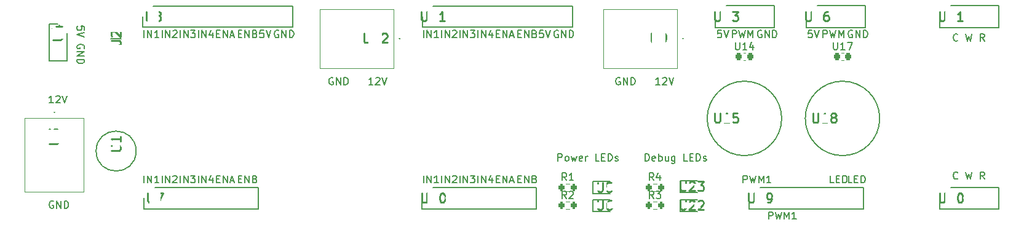
<source format=gto>
G04 #@! TF.GenerationSoftware,KiCad,Pcbnew,8.0.6*
G04 #@! TF.CreationDate,2024-12-27T11:38:37-05:00*
G04 #@! TF.ProjectId,sdl_breakout,73646c5f-6272-4656-916b-6f75742e6b69,rev?*
G04 #@! TF.SameCoordinates,Original*
G04 #@! TF.FileFunction,Legend,Top*
G04 #@! TF.FilePolarity,Positive*
%FSLAX46Y46*%
G04 Gerber Fmt 4.6, Leading zero omitted, Abs format (unit mm)*
G04 Created by KiCad (PCBNEW 8.0.6) date 2024-12-27 11:38:37*
%MOMM*%
%LPD*%
G01*
G04 APERTURE LIST*
G04 Aperture macros list*
%AMRoundRect*
0 Rectangle with rounded corners*
0 $1 Rounding radius*
0 $2 $3 $4 $5 $6 $7 $8 $9 X,Y pos of 4 corners*
0 Add a 4 corners polygon primitive as box body*
4,1,4,$2,$3,$4,$5,$6,$7,$8,$9,$2,$3,0*
0 Add four circle primitives for the rounded corners*
1,1,$1+$1,$2,$3*
1,1,$1+$1,$4,$5*
1,1,$1+$1,$6,$7*
1,1,$1+$1,$8,$9*
0 Add four rect primitives between the rounded corners*
20,1,$1+$1,$2,$3,$4,$5,0*
20,1,$1+$1,$4,$5,$6,$7,0*
20,1,$1+$1,$6,$7,$8,$9,0*
20,1,$1+$1,$8,$9,$2,$3,0*%
G04 Aperture macros list end*
%ADD10C,0.150000*%
%ADD11C,0.254000*%
%ADD12C,0.200000*%
%ADD13C,0.120000*%
%ADD14C,0.100000*%
%ADD15C,1.650000*%
%ADD16R,1.650000X1.650000*%
%ADD17RoundRect,0.200000X-0.200000X-0.275000X0.200000X-0.275000X0.200000X0.275000X-0.200000X0.275000X0*%
%ADD18R,1.950000X1.950000*%
%ADD19C,1.950000*%
%ADD20R,0.950000X0.950000*%
%ADD21R,1.200000X1.200000*%
%ADD22C,1.200000*%
%ADD23RoundRect,0.225000X-0.225000X-0.250000X0.225000X-0.250000X0.225000X0.250000X-0.225000X0.250000X0*%
%ADD24R,1.820000X1.050000*%
%ADD25R,1.100000X1.100000*%
%ADD26C,1.100000*%
G04 APERTURE END LIST*
D10*
X235336779Y-138369819D02*
X235336779Y-137369819D01*
X235336779Y-137369819D02*
X235717731Y-137369819D01*
X235717731Y-137369819D02*
X235812969Y-137417438D01*
X235812969Y-137417438D02*
X235860588Y-137465057D01*
X235860588Y-137465057D02*
X235908207Y-137560295D01*
X235908207Y-137560295D02*
X235908207Y-137703152D01*
X235908207Y-137703152D02*
X235860588Y-137798390D01*
X235860588Y-137798390D02*
X235812969Y-137846009D01*
X235812969Y-137846009D02*
X235717731Y-137893628D01*
X235717731Y-137893628D02*
X235336779Y-137893628D01*
X236241541Y-137369819D02*
X236479636Y-138369819D01*
X236479636Y-138369819D02*
X236670112Y-137655533D01*
X236670112Y-137655533D02*
X236860588Y-138369819D01*
X236860588Y-138369819D02*
X237098684Y-137369819D01*
X237479636Y-138369819D02*
X237479636Y-137369819D01*
X237479636Y-137369819D02*
X237812969Y-138084104D01*
X237812969Y-138084104D02*
X238146302Y-137369819D01*
X238146302Y-137369819D02*
X238146302Y-138369819D01*
X239146302Y-138369819D02*
X238574874Y-138369819D01*
X238860588Y-138369819D02*
X238860588Y-137369819D01*
X238860588Y-137369819D02*
X238765350Y-137512676D01*
X238765350Y-137512676D02*
X238670112Y-137607914D01*
X238670112Y-137607914D02*
X238574874Y-137655533D01*
X231836779Y-133369819D02*
X231836779Y-132369819D01*
X231836779Y-132369819D02*
X232217731Y-132369819D01*
X232217731Y-132369819D02*
X232312969Y-132417438D01*
X232312969Y-132417438D02*
X232360588Y-132465057D01*
X232360588Y-132465057D02*
X232408207Y-132560295D01*
X232408207Y-132560295D02*
X232408207Y-132703152D01*
X232408207Y-132703152D02*
X232360588Y-132798390D01*
X232360588Y-132798390D02*
X232312969Y-132846009D01*
X232312969Y-132846009D02*
X232217731Y-132893628D01*
X232217731Y-132893628D02*
X231836779Y-132893628D01*
X232741541Y-132369819D02*
X232979636Y-133369819D01*
X232979636Y-133369819D02*
X233170112Y-132655533D01*
X233170112Y-132655533D02*
X233360588Y-133369819D01*
X233360588Y-133369819D02*
X233598684Y-132369819D01*
X233979636Y-133369819D02*
X233979636Y-132369819D01*
X233979636Y-132369819D02*
X234312969Y-133084104D01*
X234312969Y-133084104D02*
X234646302Y-132369819D01*
X234646302Y-132369819D02*
X234646302Y-133369819D01*
X235646302Y-133369819D02*
X235074874Y-133369819D01*
X235360588Y-133369819D02*
X235360588Y-132369819D01*
X235360588Y-132369819D02*
X235265350Y-132512676D01*
X235265350Y-132512676D02*
X235170112Y-132607914D01*
X235170112Y-132607914D02*
X235074874Y-132655533D01*
X246812969Y-133369819D02*
X246336779Y-133369819D01*
X246336779Y-133369819D02*
X246336779Y-132369819D01*
X247146303Y-132846009D02*
X247479636Y-132846009D01*
X247622493Y-133369819D02*
X247146303Y-133369819D01*
X247146303Y-133369819D02*
X247146303Y-132369819D01*
X247146303Y-132369819D02*
X247622493Y-132369819D01*
X248051065Y-133369819D02*
X248051065Y-132369819D01*
X248051065Y-132369819D02*
X248289160Y-132369819D01*
X248289160Y-132369819D02*
X248432017Y-132417438D01*
X248432017Y-132417438D02*
X248527255Y-132512676D01*
X248527255Y-132512676D02*
X248574874Y-132607914D01*
X248574874Y-132607914D02*
X248622493Y-132798390D01*
X248622493Y-132798390D02*
X248622493Y-132941247D01*
X248622493Y-132941247D02*
X248574874Y-133131723D01*
X248574874Y-133131723D02*
X248527255Y-133226961D01*
X248527255Y-133226961D02*
X248432017Y-133322200D01*
X248432017Y-133322200D02*
X248289160Y-133369819D01*
X248289160Y-133369819D02*
X248051065Y-133369819D01*
X244312969Y-133369819D02*
X243836779Y-133369819D01*
X243836779Y-133369819D02*
X243836779Y-132369819D01*
X244646303Y-132846009D02*
X244979636Y-132846009D01*
X245122493Y-133369819D02*
X244646303Y-133369819D01*
X244646303Y-133369819D02*
X244646303Y-132369819D01*
X244646303Y-132369819D02*
X245122493Y-132369819D01*
X245551065Y-133369819D02*
X245551065Y-132369819D01*
X245551065Y-132369819D02*
X245789160Y-132369819D01*
X245789160Y-132369819D02*
X245932017Y-132417438D01*
X245932017Y-132417438D02*
X246027255Y-132512676D01*
X246027255Y-132512676D02*
X246074874Y-132607914D01*
X246074874Y-132607914D02*
X246122493Y-132798390D01*
X246122493Y-132798390D02*
X246122493Y-132941247D01*
X246122493Y-132941247D02*
X246074874Y-133131723D01*
X246074874Y-133131723D02*
X246027255Y-133226961D01*
X246027255Y-133226961D02*
X245932017Y-133322200D01*
X245932017Y-133322200D02*
X245789160Y-133369819D01*
X245789160Y-133369819D02*
X245551065Y-133369819D01*
X261368207Y-113774580D02*
X261320588Y-113822200D01*
X261320588Y-113822200D02*
X261177731Y-113869819D01*
X261177731Y-113869819D02*
X261082493Y-113869819D01*
X261082493Y-113869819D02*
X260939636Y-113822200D01*
X260939636Y-113822200D02*
X260844398Y-113726961D01*
X260844398Y-113726961D02*
X260796779Y-113631723D01*
X260796779Y-113631723D02*
X260749160Y-113441247D01*
X260749160Y-113441247D02*
X260749160Y-113298390D01*
X260749160Y-113298390D02*
X260796779Y-113107914D01*
X260796779Y-113107914D02*
X260844398Y-113012676D01*
X260844398Y-113012676D02*
X260939636Y-112917438D01*
X260939636Y-112917438D02*
X261082493Y-112869819D01*
X261082493Y-112869819D02*
X261177731Y-112869819D01*
X261177731Y-112869819D02*
X261320588Y-112917438D01*
X261320588Y-112917438D02*
X261368207Y-112965057D01*
X262463446Y-112869819D02*
X262701541Y-113869819D01*
X262701541Y-113869819D02*
X262892017Y-113155533D01*
X262892017Y-113155533D02*
X263082493Y-113869819D01*
X263082493Y-113869819D02*
X263320589Y-112869819D01*
X265034874Y-113869819D02*
X264701541Y-113393628D01*
X264463446Y-113869819D02*
X264463446Y-112869819D01*
X264463446Y-112869819D02*
X264844398Y-112869819D01*
X264844398Y-112869819D02*
X264939636Y-112917438D01*
X264939636Y-112917438D02*
X264987255Y-112965057D01*
X264987255Y-112965057D02*
X265034874Y-113060295D01*
X265034874Y-113060295D02*
X265034874Y-113203152D01*
X265034874Y-113203152D02*
X264987255Y-113298390D01*
X264987255Y-113298390D02*
X264939636Y-113346009D01*
X264939636Y-113346009D02*
X264844398Y-113393628D01*
X264844398Y-113393628D02*
X264463446Y-113393628D01*
X261368207Y-132774580D02*
X261320588Y-132822200D01*
X261320588Y-132822200D02*
X261177731Y-132869819D01*
X261177731Y-132869819D02*
X261082493Y-132869819D01*
X261082493Y-132869819D02*
X260939636Y-132822200D01*
X260939636Y-132822200D02*
X260844398Y-132726961D01*
X260844398Y-132726961D02*
X260796779Y-132631723D01*
X260796779Y-132631723D02*
X260749160Y-132441247D01*
X260749160Y-132441247D02*
X260749160Y-132298390D01*
X260749160Y-132298390D02*
X260796779Y-132107914D01*
X260796779Y-132107914D02*
X260844398Y-132012676D01*
X260844398Y-132012676D02*
X260939636Y-131917438D01*
X260939636Y-131917438D02*
X261082493Y-131869819D01*
X261082493Y-131869819D02*
X261177731Y-131869819D01*
X261177731Y-131869819D02*
X261320588Y-131917438D01*
X261320588Y-131917438D02*
X261368207Y-131965057D01*
X262463446Y-131869819D02*
X262701541Y-132869819D01*
X262701541Y-132869819D02*
X262892017Y-132155533D01*
X262892017Y-132155533D02*
X263082493Y-132869819D01*
X263082493Y-132869819D02*
X263320589Y-131869819D01*
X265034874Y-132869819D02*
X264701541Y-132393628D01*
X264463446Y-132869819D02*
X264463446Y-131869819D01*
X264463446Y-131869819D02*
X264844398Y-131869819D01*
X264844398Y-131869819D02*
X264939636Y-131917438D01*
X264939636Y-131917438D02*
X264987255Y-131965057D01*
X264987255Y-131965057D02*
X265034874Y-132060295D01*
X265034874Y-132060295D02*
X265034874Y-132203152D01*
X265034874Y-132203152D02*
X264987255Y-132298390D01*
X264987255Y-132298390D02*
X264939636Y-132346009D01*
X264939636Y-132346009D02*
X264844398Y-132393628D01*
X264844398Y-132393628D02*
X264463446Y-132393628D01*
X242836779Y-113369819D02*
X242836779Y-112369819D01*
X242836779Y-112369819D02*
X243217731Y-112369819D01*
X243217731Y-112369819D02*
X243312969Y-112417438D01*
X243312969Y-112417438D02*
X243360588Y-112465057D01*
X243360588Y-112465057D02*
X243408207Y-112560295D01*
X243408207Y-112560295D02*
X243408207Y-112703152D01*
X243408207Y-112703152D02*
X243360588Y-112798390D01*
X243360588Y-112798390D02*
X243312969Y-112846009D01*
X243312969Y-112846009D02*
X243217731Y-112893628D01*
X243217731Y-112893628D02*
X242836779Y-112893628D01*
X243741541Y-112369819D02*
X243979636Y-113369819D01*
X243979636Y-113369819D02*
X244170112Y-112655533D01*
X244170112Y-112655533D02*
X244360588Y-113369819D01*
X244360588Y-113369819D02*
X244598684Y-112369819D01*
X244979636Y-113369819D02*
X244979636Y-112369819D01*
X244979636Y-112369819D02*
X245312969Y-113084104D01*
X245312969Y-113084104D02*
X245646302Y-112369819D01*
X245646302Y-112369819D02*
X245646302Y-113369819D01*
X246860588Y-112417438D02*
X246765350Y-112369819D01*
X246765350Y-112369819D02*
X246622493Y-112369819D01*
X246622493Y-112369819D02*
X246479636Y-112417438D01*
X246479636Y-112417438D02*
X246384398Y-112512676D01*
X246384398Y-112512676D02*
X246336779Y-112607914D01*
X246336779Y-112607914D02*
X246289160Y-112798390D01*
X246289160Y-112798390D02*
X246289160Y-112941247D01*
X246289160Y-112941247D02*
X246336779Y-113131723D01*
X246336779Y-113131723D02*
X246384398Y-113226961D01*
X246384398Y-113226961D02*
X246479636Y-113322200D01*
X246479636Y-113322200D02*
X246622493Y-113369819D01*
X246622493Y-113369819D02*
X246717731Y-113369819D01*
X246717731Y-113369819D02*
X246860588Y-113322200D01*
X246860588Y-113322200D02*
X246908207Y-113274580D01*
X246908207Y-113274580D02*
X246908207Y-112941247D01*
X246908207Y-112941247D02*
X246717731Y-112941247D01*
X247336779Y-113369819D02*
X247336779Y-112369819D01*
X247336779Y-112369819D02*
X247908207Y-113369819D01*
X247908207Y-113369819D02*
X247908207Y-112369819D01*
X248384398Y-113369819D02*
X248384398Y-112369819D01*
X248384398Y-112369819D02*
X248622493Y-112369819D01*
X248622493Y-112369819D02*
X248765350Y-112417438D01*
X248765350Y-112417438D02*
X248860588Y-112512676D01*
X248860588Y-112512676D02*
X248908207Y-112607914D01*
X248908207Y-112607914D02*
X248955826Y-112798390D01*
X248955826Y-112798390D02*
X248955826Y-112941247D01*
X248955826Y-112941247D02*
X248908207Y-113131723D01*
X248908207Y-113131723D02*
X248860588Y-113226961D01*
X248860588Y-113226961D02*
X248765350Y-113322200D01*
X248765350Y-113322200D02*
X248622493Y-113369819D01*
X248622493Y-113369819D02*
X248384398Y-113369819D01*
X241312969Y-112369819D02*
X240836779Y-112369819D01*
X240836779Y-112369819D02*
X240789160Y-112846009D01*
X240789160Y-112846009D02*
X240836779Y-112798390D01*
X240836779Y-112798390D02*
X240932017Y-112750771D01*
X240932017Y-112750771D02*
X241170112Y-112750771D01*
X241170112Y-112750771D02*
X241265350Y-112798390D01*
X241265350Y-112798390D02*
X241312969Y-112846009D01*
X241312969Y-112846009D02*
X241360588Y-112941247D01*
X241360588Y-112941247D02*
X241360588Y-113179342D01*
X241360588Y-113179342D02*
X241312969Y-113274580D01*
X241312969Y-113274580D02*
X241265350Y-113322200D01*
X241265350Y-113322200D02*
X241170112Y-113369819D01*
X241170112Y-113369819D02*
X240932017Y-113369819D01*
X240932017Y-113369819D02*
X240836779Y-113322200D01*
X240836779Y-113322200D02*
X240789160Y-113274580D01*
X241646303Y-112369819D02*
X241979636Y-113369819D01*
X241979636Y-113369819D02*
X242312969Y-112369819D01*
X230336779Y-113369819D02*
X230336779Y-112369819D01*
X230336779Y-112369819D02*
X230717731Y-112369819D01*
X230717731Y-112369819D02*
X230812969Y-112417438D01*
X230812969Y-112417438D02*
X230860588Y-112465057D01*
X230860588Y-112465057D02*
X230908207Y-112560295D01*
X230908207Y-112560295D02*
X230908207Y-112703152D01*
X230908207Y-112703152D02*
X230860588Y-112798390D01*
X230860588Y-112798390D02*
X230812969Y-112846009D01*
X230812969Y-112846009D02*
X230717731Y-112893628D01*
X230717731Y-112893628D02*
X230336779Y-112893628D01*
X231241541Y-112369819D02*
X231479636Y-113369819D01*
X231479636Y-113369819D02*
X231670112Y-112655533D01*
X231670112Y-112655533D02*
X231860588Y-113369819D01*
X231860588Y-113369819D02*
X232098684Y-112369819D01*
X232479636Y-113369819D02*
X232479636Y-112369819D01*
X232479636Y-112369819D02*
X232812969Y-113084104D01*
X232812969Y-113084104D02*
X233146302Y-112369819D01*
X233146302Y-112369819D02*
X233146302Y-113369819D01*
X234360588Y-112417438D02*
X234265350Y-112369819D01*
X234265350Y-112369819D02*
X234122493Y-112369819D01*
X234122493Y-112369819D02*
X233979636Y-112417438D01*
X233979636Y-112417438D02*
X233884398Y-112512676D01*
X233884398Y-112512676D02*
X233836779Y-112607914D01*
X233836779Y-112607914D02*
X233789160Y-112798390D01*
X233789160Y-112798390D02*
X233789160Y-112941247D01*
X233789160Y-112941247D02*
X233836779Y-113131723D01*
X233836779Y-113131723D02*
X233884398Y-113226961D01*
X233884398Y-113226961D02*
X233979636Y-113322200D01*
X233979636Y-113322200D02*
X234122493Y-113369819D01*
X234122493Y-113369819D02*
X234217731Y-113369819D01*
X234217731Y-113369819D02*
X234360588Y-113322200D01*
X234360588Y-113322200D02*
X234408207Y-113274580D01*
X234408207Y-113274580D02*
X234408207Y-112941247D01*
X234408207Y-112941247D02*
X234217731Y-112941247D01*
X234836779Y-113369819D02*
X234836779Y-112369819D01*
X234836779Y-112369819D02*
X235408207Y-113369819D01*
X235408207Y-113369819D02*
X235408207Y-112369819D01*
X235884398Y-113369819D02*
X235884398Y-112369819D01*
X235884398Y-112369819D02*
X236122493Y-112369819D01*
X236122493Y-112369819D02*
X236265350Y-112417438D01*
X236265350Y-112417438D02*
X236360588Y-112512676D01*
X236360588Y-112512676D02*
X236408207Y-112607914D01*
X236408207Y-112607914D02*
X236455826Y-112798390D01*
X236455826Y-112798390D02*
X236455826Y-112941247D01*
X236455826Y-112941247D02*
X236408207Y-113131723D01*
X236408207Y-113131723D02*
X236360588Y-113226961D01*
X236360588Y-113226961D02*
X236265350Y-113322200D01*
X236265350Y-113322200D02*
X236122493Y-113369819D01*
X236122493Y-113369819D02*
X235884398Y-113369819D01*
X228812969Y-112369819D02*
X228336779Y-112369819D01*
X228336779Y-112369819D02*
X228289160Y-112846009D01*
X228289160Y-112846009D02*
X228336779Y-112798390D01*
X228336779Y-112798390D02*
X228432017Y-112750771D01*
X228432017Y-112750771D02*
X228670112Y-112750771D01*
X228670112Y-112750771D02*
X228765350Y-112798390D01*
X228765350Y-112798390D02*
X228812969Y-112846009D01*
X228812969Y-112846009D02*
X228860588Y-112941247D01*
X228860588Y-112941247D02*
X228860588Y-113179342D01*
X228860588Y-113179342D02*
X228812969Y-113274580D01*
X228812969Y-113274580D02*
X228765350Y-113322200D01*
X228765350Y-113322200D02*
X228670112Y-113369819D01*
X228670112Y-113369819D02*
X228432017Y-113369819D01*
X228432017Y-113369819D02*
X228336779Y-113322200D01*
X228336779Y-113322200D02*
X228289160Y-113274580D01*
X229146303Y-112369819D02*
X229479636Y-113369819D01*
X229479636Y-113369819D02*
X229812969Y-112369819D01*
X220360588Y-119869819D02*
X219789160Y-119869819D01*
X220074874Y-119869819D02*
X220074874Y-118869819D01*
X220074874Y-118869819D02*
X219979636Y-119012676D01*
X219979636Y-119012676D02*
X219884398Y-119107914D01*
X219884398Y-119107914D02*
X219789160Y-119155533D01*
X220741541Y-118965057D02*
X220789160Y-118917438D01*
X220789160Y-118917438D02*
X220884398Y-118869819D01*
X220884398Y-118869819D02*
X221122493Y-118869819D01*
X221122493Y-118869819D02*
X221217731Y-118917438D01*
X221217731Y-118917438D02*
X221265350Y-118965057D01*
X221265350Y-118965057D02*
X221312969Y-119060295D01*
X221312969Y-119060295D02*
X221312969Y-119155533D01*
X221312969Y-119155533D02*
X221265350Y-119298390D01*
X221265350Y-119298390D02*
X220693922Y-119869819D01*
X220693922Y-119869819D02*
X221312969Y-119869819D01*
X221598684Y-118869819D02*
X221932017Y-119869819D01*
X221932017Y-119869819D02*
X222265350Y-118869819D01*
X214860588Y-118917438D02*
X214765350Y-118869819D01*
X214765350Y-118869819D02*
X214622493Y-118869819D01*
X214622493Y-118869819D02*
X214479636Y-118917438D01*
X214479636Y-118917438D02*
X214384398Y-119012676D01*
X214384398Y-119012676D02*
X214336779Y-119107914D01*
X214336779Y-119107914D02*
X214289160Y-119298390D01*
X214289160Y-119298390D02*
X214289160Y-119441247D01*
X214289160Y-119441247D02*
X214336779Y-119631723D01*
X214336779Y-119631723D02*
X214384398Y-119726961D01*
X214384398Y-119726961D02*
X214479636Y-119822200D01*
X214479636Y-119822200D02*
X214622493Y-119869819D01*
X214622493Y-119869819D02*
X214717731Y-119869819D01*
X214717731Y-119869819D02*
X214860588Y-119822200D01*
X214860588Y-119822200D02*
X214908207Y-119774580D01*
X214908207Y-119774580D02*
X214908207Y-119441247D01*
X214908207Y-119441247D02*
X214717731Y-119441247D01*
X215336779Y-119869819D02*
X215336779Y-118869819D01*
X215336779Y-118869819D02*
X215908207Y-119869819D01*
X215908207Y-119869819D02*
X215908207Y-118869819D01*
X216384398Y-119869819D02*
X216384398Y-118869819D01*
X216384398Y-118869819D02*
X216622493Y-118869819D01*
X216622493Y-118869819D02*
X216765350Y-118917438D01*
X216765350Y-118917438D02*
X216860588Y-119012676D01*
X216860588Y-119012676D02*
X216908207Y-119107914D01*
X216908207Y-119107914D02*
X216955826Y-119298390D01*
X216955826Y-119298390D02*
X216955826Y-119441247D01*
X216955826Y-119441247D02*
X216908207Y-119631723D01*
X216908207Y-119631723D02*
X216860588Y-119726961D01*
X216860588Y-119726961D02*
X216765350Y-119822200D01*
X216765350Y-119822200D02*
X216622493Y-119869819D01*
X216622493Y-119869819D02*
X216384398Y-119869819D01*
X180860588Y-119869819D02*
X180289160Y-119869819D01*
X180574874Y-119869819D02*
X180574874Y-118869819D01*
X180574874Y-118869819D02*
X180479636Y-119012676D01*
X180479636Y-119012676D02*
X180384398Y-119107914D01*
X180384398Y-119107914D02*
X180289160Y-119155533D01*
X181241541Y-118965057D02*
X181289160Y-118917438D01*
X181289160Y-118917438D02*
X181384398Y-118869819D01*
X181384398Y-118869819D02*
X181622493Y-118869819D01*
X181622493Y-118869819D02*
X181717731Y-118917438D01*
X181717731Y-118917438D02*
X181765350Y-118965057D01*
X181765350Y-118965057D02*
X181812969Y-119060295D01*
X181812969Y-119060295D02*
X181812969Y-119155533D01*
X181812969Y-119155533D02*
X181765350Y-119298390D01*
X181765350Y-119298390D02*
X181193922Y-119869819D01*
X181193922Y-119869819D02*
X181812969Y-119869819D01*
X182098684Y-118869819D02*
X182432017Y-119869819D01*
X182432017Y-119869819D02*
X182765350Y-118869819D01*
X175360588Y-118917438D02*
X175265350Y-118869819D01*
X175265350Y-118869819D02*
X175122493Y-118869819D01*
X175122493Y-118869819D02*
X174979636Y-118917438D01*
X174979636Y-118917438D02*
X174884398Y-119012676D01*
X174884398Y-119012676D02*
X174836779Y-119107914D01*
X174836779Y-119107914D02*
X174789160Y-119298390D01*
X174789160Y-119298390D02*
X174789160Y-119441247D01*
X174789160Y-119441247D02*
X174836779Y-119631723D01*
X174836779Y-119631723D02*
X174884398Y-119726961D01*
X174884398Y-119726961D02*
X174979636Y-119822200D01*
X174979636Y-119822200D02*
X175122493Y-119869819D01*
X175122493Y-119869819D02*
X175217731Y-119869819D01*
X175217731Y-119869819D02*
X175360588Y-119822200D01*
X175360588Y-119822200D02*
X175408207Y-119774580D01*
X175408207Y-119774580D02*
X175408207Y-119441247D01*
X175408207Y-119441247D02*
X175217731Y-119441247D01*
X175836779Y-119869819D02*
X175836779Y-118869819D01*
X175836779Y-118869819D02*
X176408207Y-119869819D01*
X176408207Y-119869819D02*
X176408207Y-118869819D01*
X176884398Y-119869819D02*
X176884398Y-118869819D01*
X176884398Y-118869819D02*
X177122493Y-118869819D01*
X177122493Y-118869819D02*
X177265350Y-118917438D01*
X177265350Y-118917438D02*
X177360588Y-119012676D01*
X177360588Y-119012676D02*
X177408207Y-119107914D01*
X177408207Y-119107914D02*
X177455826Y-119298390D01*
X177455826Y-119298390D02*
X177455826Y-119441247D01*
X177455826Y-119441247D02*
X177408207Y-119631723D01*
X177408207Y-119631723D02*
X177360588Y-119726961D01*
X177360588Y-119726961D02*
X177265350Y-119822200D01*
X177265350Y-119822200D02*
X177122493Y-119869819D01*
X177122493Y-119869819D02*
X176884398Y-119869819D01*
X190336779Y-133369819D02*
X190336779Y-132369819D01*
X190812969Y-133369819D02*
X190812969Y-132369819D01*
X190812969Y-132369819D02*
X191384397Y-133369819D01*
X191384397Y-133369819D02*
X191384397Y-132369819D01*
X191812969Y-132465057D02*
X191860588Y-132417438D01*
X191860588Y-132417438D02*
X191955826Y-132369819D01*
X191955826Y-132369819D02*
X192193921Y-132369819D01*
X192193921Y-132369819D02*
X192289159Y-132417438D01*
X192289159Y-132417438D02*
X192336778Y-132465057D01*
X192336778Y-132465057D02*
X192384397Y-132560295D01*
X192384397Y-132560295D02*
X192384397Y-132655533D01*
X192384397Y-132655533D02*
X192336778Y-132798390D01*
X192336778Y-132798390D02*
X191765350Y-133369819D01*
X191765350Y-133369819D02*
X192384397Y-133369819D01*
X187836779Y-133369819D02*
X187836779Y-132369819D01*
X188312969Y-133369819D02*
X188312969Y-132369819D01*
X188312969Y-132369819D02*
X188884397Y-133369819D01*
X188884397Y-133369819D02*
X188884397Y-132369819D01*
X189884397Y-133369819D02*
X189312969Y-133369819D01*
X189598683Y-133369819D02*
X189598683Y-132369819D01*
X189598683Y-132369819D02*
X189503445Y-132512676D01*
X189503445Y-132512676D02*
X189408207Y-132607914D01*
X189408207Y-132607914D02*
X189312969Y-132655533D01*
X192836779Y-133369819D02*
X192836779Y-132369819D01*
X193312969Y-133369819D02*
X193312969Y-132369819D01*
X193312969Y-132369819D02*
X193884397Y-133369819D01*
X193884397Y-133369819D02*
X193884397Y-132369819D01*
X194265350Y-132369819D02*
X194884397Y-132369819D01*
X194884397Y-132369819D02*
X194551064Y-132750771D01*
X194551064Y-132750771D02*
X194693921Y-132750771D01*
X194693921Y-132750771D02*
X194789159Y-132798390D01*
X194789159Y-132798390D02*
X194836778Y-132846009D01*
X194836778Y-132846009D02*
X194884397Y-132941247D01*
X194884397Y-132941247D02*
X194884397Y-133179342D01*
X194884397Y-133179342D02*
X194836778Y-133274580D01*
X194836778Y-133274580D02*
X194789159Y-133322200D01*
X194789159Y-133322200D02*
X194693921Y-133369819D01*
X194693921Y-133369819D02*
X194408207Y-133369819D01*
X194408207Y-133369819D02*
X194312969Y-133322200D01*
X194312969Y-133322200D02*
X194265350Y-133274580D01*
X195336779Y-133369819D02*
X195336779Y-132369819D01*
X195812969Y-133369819D02*
X195812969Y-132369819D01*
X195812969Y-132369819D02*
X196384397Y-133369819D01*
X196384397Y-133369819D02*
X196384397Y-132369819D01*
X197289159Y-132703152D02*
X197289159Y-133369819D01*
X197051064Y-132322200D02*
X196812969Y-133036485D01*
X196812969Y-133036485D02*
X197432016Y-133036485D01*
X197836779Y-132846009D02*
X198170112Y-132846009D01*
X198312969Y-133369819D02*
X197836779Y-133369819D01*
X197836779Y-133369819D02*
X197836779Y-132369819D01*
X197836779Y-132369819D02*
X198312969Y-132369819D01*
X198741541Y-133369819D02*
X198741541Y-132369819D01*
X198741541Y-132369819D02*
X199312969Y-133369819D01*
X199312969Y-133369819D02*
X199312969Y-132369819D01*
X199741541Y-133084104D02*
X200217731Y-133084104D01*
X199646303Y-133369819D02*
X199979636Y-132369819D01*
X199979636Y-132369819D02*
X200312969Y-133369819D01*
X200836779Y-132846009D02*
X201170112Y-132846009D01*
X201312969Y-133369819D02*
X200836779Y-133369819D01*
X200836779Y-133369819D02*
X200836779Y-132369819D01*
X200836779Y-132369819D02*
X201312969Y-132369819D01*
X201741541Y-133369819D02*
X201741541Y-132369819D01*
X201741541Y-132369819D02*
X202312969Y-133369819D01*
X202312969Y-133369819D02*
X202312969Y-132369819D01*
X203122493Y-132846009D02*
X203265350Y-132893628D01*
X203265350Y-132893628D02*
X203312969Y-132941247D01*
X203312969Y-132941247D02*
X203360588Y-133036485D01*
X203360588Y-133036485D02*
X203360588Y-133179342D01*
X203360588Y-133179342D02*
X203312969Y-133274580D01*
X203312969Y-133274580D02*
X203265350Y-133322200D01*
X203265350Y-133322200D02*
X203170112Y-133369819D01*
X203170112Y-133369819D02*
X202789160Y-133369819D01*
X202789160Y-133369819D02*
X202789160Y-132369819D01*
X202789160Y-132369819D02*
X203122493Y-132369819D01*
X203122493Y-132369819D02*
X203217731Y-132417438D01*
X203217731Y-132417438D02*
X203265350Y-132465057D01*
X203265350Y-132465057D02*
X203312969Y-132560295D01*
X203312969Y-132560295D02*
X203312969Y-132655533D01*
X203312969Y-132655533D02*
X203265350Y-132750771D01*
X203265350Y-132750771D02*
X203217731Y-132798390D01*
X203217731Y-132798390D02*
X203122493Y-132846009D01*
X203122493Y-132846009D02*
X202789160Y-132846009D01*
X206360588Y-112417438D02*
X206265350Y-112369819D01*
X206265350Y-112369819D02*
X206122493Y-112369819D01*
X206122493Y-112369819D02*
X205979636Y-112417438D01*
X205979636Y-112417438D02*
X205884398Y-112512676D01*
X205884398Y-112512676D02*
X205836779Y-112607914D01*
X205836779Y-112607914D02*
X205789160Y-112798390D01*
X205789160Y-112798390D02*
X205789160Y-112941247D01*
X205789160Y-112941247D02*
X205836779Y-113131723D01*
X205836779Y-113131723D02*
X205884398Y-113226961D01*
X205884398Y-113226961D02*
X205979636Y-113322200D01*
X205979636Y-113322200D02*
X206122493Y-113369819D01*
X206122493Y-113369819D02*
X206217731Y-113369819D01*
X206217731Y-113369819D02*
X206360588Y-113322200D01*
X206360588Y-113322200D02*
X206408207Y-113274580D01*
X206408207Y-113274580D02*
X206408207Y-112941247D01*
X206408207Y-112941247D02*
X206217731Y-112941247D01*
X206836779Y-113369819D02*
X206836779Y-112369819D01*
X206836779Y-112369819D02*
X207408207Y-113369819D01*
X207408207Y-113369819D02*
X207408207Y-112369819D01*
X207884398Y-113369819D02*
X207884398Y-112369819D01*
X207884398Y-112369819D02*
X208122493Y-112369819D01*
X208122493Y-112369819D02*
X208265350Y-112417438D01*
X208265350Y-112417438D02*
X208360588Y-112512676D01*
X208360588Y-112512676D02*
X208408207Y-112607914D01*
X208408207Y-112607914D02*
X208455826Y-112798390D01*
X208455826Y-112798390D02*
X208455826Y-112941247D01*
X208455826Y-112941247D02*
X208408207Y-113131723D01*
X208408207Y-113131723D02*
X208360588Y-113226961D01*
X208360588Y-113226961D02*
X208265350Y-113322200D01*
X208265350Y-113322200D02*
X208122493Y-113369819D01*
X208122493Y-113369819D02*
X207884398Y-113369819D01*
X190336779Y-113369819D02*
X190336779Y-112369819D01*
X190812969Y-113369819D02*
X190812969Y-112369819D01*
X190812969Y-112369819D02*
X191384397Y-113369819D01*
X191384397Y-113369819D02*
X191384397Y-112369819D01*
X191812969Y-112465057D02*
X191860588Y-112417438D01*
X191860588Y-112417438D02*
X191955826Y-112369819D01*
X191955826Y-112369819D02*
X192193921Y-112369819D01*
X192193921Y-112369819D02*
X192289159Y-112417438D01*
X192289159Y-112417438D02*
X192336778Y-112465057D01*
X192336778Y-112465057D02*
X192384397Y-112560295D01*
X192384397Y-112560295D02*
X192384397Y-112655533D01*
X192384397Y-112655533D02*
X192336778Y-112798390D01*
X192336778Y-112798390D02*
X191765350Y-113369819D01*
X191765350Y-113369819D02*
X192384397Y-113369819D01*
X187836779Y-113369819D02*
X187836779Y-112369819D01*
X188312969Y-113369819D02*
X188312969Y-112369819D01*
X188312969Y-112369819D02*
X188884397Y-113369819D01*
X188884397Y-113369819D02*
X188884397Y-112369819D01*
X189884397Y-113369819D02*
X189312969Y-113369819D01*
X189598683Y-113369819D02*
X189598683Y-112369819D01*
X189598683Y-112369819D02*
X189503445Y-112512676D01*
X189503445Y-112512676D02*
X189408207Y-112607914D01*
X189408207Y-112607914D02*
X189312969Y-112655533D01*
X192836779Y-113369819D02*
X192836779Y-112369819D01*
X193312969Y-113369819D02*
X193312969Y-112369819D01*
X193312969Y-112369819D02*
X193884397Y-113369819D01*
X193884397Y-113369819D02*
X193884397Y-112369819D01*
X194265350Y-112369819D02*
X194884397Y-112369819D01*
X194884397Y-112369819D02*
X194551064Y-112750771D01*
X194551064Y-112750771D02*
X194693921Y-112750771D01*
X194693921Y-112750771D02*
X194789159Y-112798390D01*
X194789159Y-112798390D02*
X194836778Y-112846009D01*
X194836778Y-112846009D02*
X194884397Y-112941247D01*
X194884397Y-112941247D02*
X194884397Y-113179342D01*
X194884397Y-113179342D02*
X194836778Y-113274580D01*
X194836778Y-113274580D02*
X194789159Y-113322200D01*
X194789159Y-113322200D02*
X194693921Y-113369819D01*
X194693921Y-113369819D02*
X194408207Y-113369819D01*
X194408207Y-113369819D02*
X194312969Y-113322200D01*
X194312969Y-113322200D02*
X194265350Y-113274580D01*
X195336779Y-113369819D02*
X195336779Y-112369819D01*
X195812969Y-113369819D02*
X195812969Y-112369819D01*
X195812969Y-112369819D02*
X196384397Y-113369819D01*
X196384397Y-113369819D02*
X196384397Y-112369819D01*
X197289159Y-112703152D02*
X197289159Y-113369819D01*
X197051064Y-112322200D02*
X196812969Y-113036485D01*
X196812969Y-113036485D02*
X197432016Y-113036485D01*
X197836779Y-112846009D02*
X198170112Y-112846009D01*
X198312969Y-113369819D02*
X197836779Y-113369819D01*
X197836779Y-113369819D02*
X197836779Y-112369819D01*
X197836779Y-112369819D02*
X198312969Y-112369819D01*
X198741541Y-113369819D02*
X198741541Y-112369819D01*
X198741541Y-112369819D02*
X199312969Y-113369819D01*
X199312969Y-113369819D02*
X199312969Y-112369819D01*
X199741541Y-113084104D02*
X200217731Y-113084104D01*
X199646303Y-113369819D02*
X199979636Y-112369819D01*
X199979636Y-112369819D02*
X200312969Y-113369819D01*
X200836779Y-112846009D02*
X201170112Y-112846009D01*
X201312969Y-113369819D02*
X200836779Y-113369819D01*
X200836779Y-113369819D02*
X200836779Y-112369819D01*
X200836779Y-112369819D02*
X201312969Y-112369819D01*
X201741541Y-113369819D02*
X201741541Y-112369819D01*
X201741541Y-112369819D02*
X202312969Y-113369819D01*
X202312969Y-113369819D02*
X202312969Y-112369819D01*
X203122493Y-112846009D02*
X203265350Y-112893628D01*
X203265350Y-112893628D02*
X203312969Y-112941247D01*
X203312969Y-112941247D02*
X203360588Y-113036485D01*
X203360588Y-113036485D02*
X203360588Y-113179342D01*
X203360588Y-113179342D02*
X203312969Y-113274580D01*
X203312969Y-113274580D02*
X203265350Y-113322200D01*
X203265350Y-113322200D02*
X203170112Y-113369819D01*
X203170112Y-113369819D02*
X202789160Y-113369819D01*
X202789160Y-113369819D02*
X202789160Y-112369819D01*
X202789160Y-112369819D02*
X203122493Y-112369819D01*
X203122493Y-112369819D02*
X203217731Y-112417438D01*
X203217731Y-112417438D02*
X203265350Y-112465057D01*
X203265350Y-112465057D02*
X203312969Y-112560295D01*
X203312969Y-112560295D02*
X203312969Y-112655533D01*
X203312969Y-112655533D02*
X203265350Y-112750771D01*
X203265350Y-112750771D02*
X203217731Y-112798390D01*
X203217731Y-112798390D02*
X203122493Y-112846009D01*
X203122493Y-112846009D02*
X202789160Y-112846009D01*
X204312969Y-112369819D02*
X203836779Y-112369819D01*
X203836779Y-112369819D02*
X203789160Y-112846009D01*
X203789160Y-112846009D02*
X203836779Y-112798390D01*
X203836779Y-112798390D02*
X203932017Y-112750771D01*
X203932017Y-112750771D02*
X204170112Y-112750771D01*
X204170112Y-112750771D02*
X204265350Y-112798390D01*
X204265350Y-112798390D02*
X204312969Y-112846009D01*
X204312969Y-112846009D02*
X204360588Y-112941247D01*
X204360588Y-112941247D02*
X204360588Y-113179342D01*
X204360588Y-113179342D02*
X204312969Y-113274580D01*
X204312969Y-113274580D02*
X204265350Y-113322200D01*
X204265350Y-113322200D02*
X204170112Y-113369819D01*
X204170112Y-113369819D02*
X203932017Y-113369819D01*
X203932017Y-113369819D02*
X203836779Y-113322200D01*
X203836779Y-113322200D02*
X203789160Y-113274580D01*
X204646303Y-112369819D02*
X204979636Y-113369819D01*
X204979636Y-113369819D02*
X205312969Y-112369819D01*
X167860588Y-112417438D02*
X167765350Y-112369819D01*
X167765350Y-112369819D02*
X167622493Y-112369819D01*
X167622493Y-112369819D02*
X167479636Y-112417438D01*
X167479636Y-112417438D02*
X167384398Y-112512676D01*
X167384398Y-112512676D02*
X167336779Y-112607914D01*
X167336779Y-112607914D02*
X167289160Y-112798390D01*
X167289160Y-112798390D02*
X167289160Y-112941247D01*
X167289160Y-112941247D02*
X167336779Y-113131723D01*
X167336779Y-113131723D02*
X167384398Y-113226961D01*
X167384398Y-113226961D02*
X167479636Y-113322200D01*
X167479636Y-113322200D02*
X167622493Y-113369819D01*
X167622493Y-113369819D02*
X167717731Y-113369819D01*
X167717731Y-113369819D02*
X167860588Y-113322200D01*
X167860588Y-113322200D02*
X167908207Y-113274580D01*
X167908207Y-113274580D02*
X167908207Y-112941247D01*
X167908207Y-112941247D02*
X167717731Y-112941247D01*
X168336779Y-113369819D02*
X168336779Y-112369819D01*
X168336779Y-112369819D02*
X168908207Y-113369819D01*
X168908207Y-113369819D02*
X168908207Y-112369819D01*
X169384398Y-113369819D02*
X169384398Y-112369819D01*
X169384398Y-112369819D02*
X169622493Y-112369819D01*
X169622493Y-112369819D02*
X169765350Y-112417438D01*
X169765350Y-112417438D02*
X169860588Y-112512676D01*
X169860588Y-112512676D02*
X169908207Y-112607914D01*
X169908207Y-112607914D02*
X169955826Y-112798390D01*
X169955826Y-112798390D02*
X169955826Y-112941247D01*
X169955826Y-112941247D02*
X169908207Y-113131723D01*
X169908207Y-113131723D02*
X169860588Y-113226961D01*
X169860588Y-113226961D02*
X169765350Y-113322200D01*
X169765350Y-113322200D02*
X169622493Y-113369819D01*
X169622493Y-113369819D02*
X169384398Y-113369819D01*
X165812969Y-112369819D02*
X165336779Y-112369819D01*
X165336779Y-112369819D02*
X165289160Y-112846009D01*
X165289160Y-112846009D02*
X165336779Y-112798390D01*
X165336779Y-112798390D02*
X165432017Y-112750771D01*
X165432017Y-112750771D02*
X165670112Y-112750771D01*
X165670112Y-112750771D02*
X165765350Y-112798390D01*
X165765350Y-112798390D02*
X165812969Y-112846009D01*
X165812969Y-112846009D02*
X165860588Y-112941247D01*
X165860588Y-112941247D02*
X165860588Y-113179342D01*
X165860588Y-113179342D02*
X165812969Y-113274580D01*
X165812969Y-113274580D02*
X165765350Y-113322200D01*
X165765350Y-113322200D02*
X165670112Y-113369819D01*
X165670112Y-113369819D02*
X165432017Y-113369819D01*
X165432017Y-113369819D02*
X165336779Y-113322200D01*
X165336779Y-113322200D02*
X165289160Y-113274580D01*
X166146303Y-112369819D02*
X166479636Y-113369819D01*
X166479636Y-113369819D02*
X166812969Y-112369819D01*
X151836779Y-113369819D02*
X151836779Y-112369819D01*
X152312969Y-113369819D02*
X152312969Y-112369819D01*
X152312969Y-112369819D02*
X152884397Y-113369819D01*
X152884397Y-113369819D02*
X152884397Y-112369819D01*
X153312969Y-112465057D02*
X153360588Y-112417438D01*
X153360588Y-112417438D02*
X153455826Y-112369819D01*
X153455826Y-112369819D02*
X153693921Y-112369819D01*
X153693921Y-112369819D02*
X153789159Y-112417438D01*
X153789159Y-112417438D02*
X153836778Y-112465057D01*
X153836778Y-112465057D02*
X153884397Y-112560295D01*
X153884397Y-112560295D02*
X153884397Y-112655533D01*
X153884397Y-112655533D02*
X153836778Y-112798390D01*
X153836778Y-112798390D02*
X153265350Y-113369819D01*
X153265350Y-113369819D02*
X153884397Y-113369819D01*
X149336779Y-113369819D02*
X149336779Y-112369819D01*
X149812969Y-113369819D02*
X149812969Y-112369819D01*
X149812969Y-112369819D02*
X150384397Y-113369819D01*
X150384397Y-113369819D02*
X150384397Y-112369819D01*
X151384397Y-113369819D02*
X150812969Y-113369819D01*
X151098683Y-113369819D02*
X151098683Y-112369819D01*
X151098683Y-112369819D02*
X151003445Y-112512676D01*
X151003445Y-112512676D02*
X150908207Y-112607914D01*
X150908207Y-112607914D02*
X150812969Y-112655533D01*
X154336779Y-113369819D02*
X154336779Y-112369819D01*
X154812969Y-113369819D02*
X154812969Y-112369819D01*
X154812969Y-112369819D02*
X155384397Y-113369819D01*
X155384397Y-113369819D02*
X155384397Y-112369819D01*
X155765350Y-112369819D02*
X156384397Y-112369819D01*
X156384397Y-112369819D02*
X156051064Y-112750771D01*
X156051064Y-112750771D02*
X156193921Y-112750771D01*
X156193921Y-112750771D02*
X156289159Y-112798390D01*
X156289159Y-112798390D02*
X156336778Y-112846009D01*
X156336778Y-112846009D02*
X156384397Y-112941247D01*
X156384397Y-112941247D02*
X156384397Y-113179342D01*
X156384397Y-113179342D02*
X156336778Y-113274580D01*
X156336778Y-113274580D02*
X156289159Y-113322200D01*
X156289159Y-113322200D02*
X156193921Y-113369819D01*
X156193921Y-113369819D02*
X155908207Y-113369819D01*
X155908207Y-113369819D02*
X155812969Y-113322200D01*
X155812969Y-113322200D02*
X155765350Y-113274580D01*
X156836779Y-113369819D02*
X156836779Y-112369819D01*
X157312969Y-113369819D02*
X157312969Y-112369819D01*
X157312969Y-112369819D02*
X157884397Y-113369819D01*
X157884397Y-113369819D02*
X157884397Y-112369819D01*
X158789159Y-112703152D02*
X158789159Y-113369819D01*
X158551064Y-112322200D02*
X158312969Y-113036485D01*
X158312969Y-113036485D02*
X158932016Y-113036485D01*
X159336779Y-112846009D02*
X159670112Y-112846009D01*
X159812969Y-113369819D02*
X159336779Y-113369819D01*
X159336779Y-113369819D02*
X159336779Y-112369819D01*
X159336779Y-112369819D02*
X159812969Y-112369819D01*
X160241541Y-113369819D02*
X160241541Y-112369819D01*
X160241541Y-112369819D02*
X160812969Y-113369819D01*
X160812969Y-113369819D02*
X160812969Y-112369819D01*
X161241541Y-113084104D02*
X161717731Y-113084104D01*
X161146303Y-113369819D02*
X161479636Y-112369819D01*
X161479636Y-112369819D02*
X161812969Y-113369819D01*
X162336779Y-112846009D02*
X162670112Y-112846009D01*
X162812969Y-113369819D02*
X162336779Y-113369819D01*
X162336779Y-113369819D02*
X162336779Y-112369819D01*
X162336779Y-112369819D02*
X162812969Y-112369819D01*
X163241541Y-113369819D02*
X163241541Y-112369819D01*
X163241541Y-112369819D02*
X163812969Y-113369819D01*
X163812969Y-113369819D02*
X163812969Y-112369819D01*
X164622493Y-112846009D02*
X164765350Y-112893628D01*
X164765350Y-112893628D02*
X164812969Y-112941247D01*
X164812969Y-112941247D02*
X164860588Y-113036485D01*
X164860588Y-113036485D02*
X164860588Y-113179342D01*
X164860588Y-113179342D02*
X164812969Y-113274580D01*
X164812969Y-113274580D02*
X164765350Y-113322200D01*
X164765350Y-113322200D02*
X164670112Y-113369819D01*
X164670112Y-113369819D02*
X164289160Y-113369819D01*
X164289160Y-113369819D02*
X164289160Y-112369819D01*
X164289160Y-112369819D02*
X164622493Y-112369819D01*
X164622493Y-112369819D02*
X164717731Y-112417438D01*
X164717731Y-112417438D02*
X164765350Y-112465057D01*
X164765350Y-112465057D02*
X164812969Y-112560295D01*
X164812969Y-112560295D02*
X164812969Y-112655533D01*
X164812969Y-112655533D02*
X164765350Y-112750771D01*
X164765350Y-112750771D02*
X164717731Y-112798390D01*
X164717731Y-112798390D02*
X164622493Y-112846009D01*
X164622493Y-112846009D02*
X164289160Y-112846009D01*
X162336779Y-132846009D02*
X162670112Y-132846009D01*
X162812969Y-133369819D02*
X162336779Y-133369819D01*
X162336779Y-133369819D02*
X162336779Y-132369819D01*
X162336779Y-132369819D02*
X162812969Y-132369819D01*
X163241541Y-133369819D02*
X163241541Y-132369819D01*
X163241541Y-132369819D02*
X163812969Y-133369819D01*
X163812969Y-133369819D02*
X163812969Y-132369819D01*
X164622493Y-132846009D02*
X164765350Y-132893628D01*
X164765350Y-132893628D02*
X164812969Y-132941247D01*
X164812969Y-132941247D02*
X164860588Y-133036485D01*
X164860588Y-133036485D02*
X164860588Y-133179342D01*
X164860588Y-133179342D02*
X164812969Y-133274580D01*
X164812969Y-133274580D02*
X164765350Y-133322200D01*
X164765350Y-133322200D02*
X164670112Y-133369819D01*
X164670112Y-133369819D02*
X164289160Y-133369819D01*
X164289160Y-133369819D02*
X164289160Y-132369819D01*
X164289160Y-132369819D02*
X164622493Y-132369819D01*
X164622493Y-132369819D02*
X164717731Y-132417438D01*
X164717731Y-132417438D02*
X164765350Y-132465057D01*
X164765350Y-132465057D02*
X164812969Y-132560295D01*
X164812969Y-132560295D02*
X164812969Y-132655533D01*
X164812969Y-132655533D02*
X164765350Y-132750771D01*
X164765350Y-132750771D02*
X164717731Y-132798390D01*
X164717731Y-132798390D02*
X164622493Y-132846009D01*
X164622493Y-132846009D02*
X164289160Y-132846009D01*
X159336779Y-132846009D02*
X159670112Y-132846009D01*
X159812969Y-133369819D02*
X159336779Y-133369819D01*
X159336779Y-133369819D02*
X159336779Y-132369819D01*
X159336779Y-132369819D02*
X159812969Y-132369819D01*
X160241541Y-133369819D02*
X160241541Y-132369819D01*
X160241541Y-132369819D02*
X160812969Y-133369819D01*
X160812969Y-133369819D02*
X160812969Y-132369819D01*
X161241541Y-133084104D02*
X161717731Y-133084104D01*
X161146303Y-133369819D02*
X161479636Y-132369819D01*
X161479636Y-132369819D02*
X161812969Y-133369819D01*
X156836779Y-133369819D02*
X156836779Y-132369819D01*
X157312969Y-133369819D02*
X157312969Y-132369819D01*
X157312969Y-132369819D02*
X157884397Y-133369819D01*
X157884397Y-133369819D02*
X157884397Y-132369819D01*
X158789159Y-132703152D02*
X158789159Y-133369819D01*
X158551064Y-132322200D02*
X158312969Y-133036485D01*
X158312969Y-133036485D02*
X158932016Y-133036485D01*
X154336779Y-133369819D02*
X154336779Y-132369819D01*
X154812969Y-133369819D02*
X154812969Y-132369819D01*
X154812969Y-132369819D02*
X155384397Y-133369819D01*
X155384397Y-133369819D02*
X155384397Y-132369819D01*
X155765350Y-132369819D02*
X156384397Y-132369819D01*
X156384397Y-132369819D02*
X156051064Y-132750771D01*
X156051064Y-132750771D02*
X156193921Y-132750771D01*
X156193921Y-132750771D02*
X156289159Y-132798390D01*
X156289159Y-132798390D02*
X156336778Y-132846009D01*
X156336778Y-132846009D02*
X156384397Y-132941247D01*
X156384397Y-132941247D02*
X156384397Y-133179342D01*
X156384397Y-133179342D02*
X156336778Y-133274580D01*
X156336778Y-133274580D02*
X156289159Y-133322200D01*
X156289159Y-133322200D02*
X156193921Y-133369819D01*
X156193921Y-133369819D02*
X155908207Y-133369819D01*
X155908207Y-133369819D02*
X155812969Y-133322200D01*
X155812969Y-133322200D02*
X155765350Y-133274580D01*
X151836779Y-133369819D02*
X151836779Y-132369819D01*
X152312969Y-133369819D02*
X152312969Y-132369819D01*
X152312969Y-132369819D02*
X152884397Y-133369819D01*
X152884397Y-133369819D02*
X152884397Y-132369819D01*
X153312969Y-132465057D02*
X153360588Y-132417438D01*
X153360588Y-132417438D02*
X153455826Y-132369819D01*
X153455826Y-132369819D02*
X153693921Y-132369819D01*
X153693921Y-132369819D02*
X153789159Y-132417438D01*
X153789159Y-132417438D02*
X153836778Y-132465057D01*
X153836778Y-132465057D02*
X153884397Y-132560295D01*
X153884397Y-132560295D02*
X153884397Y-132655533D01*
X153884397Y-132655533D02*
X153836778Y-132798390D01*
X153836778Y-132798390D02*
X153265350Y-133369819D01*
X153265350Y-133369819D02*
X153884397Y-133369819D01*
X149336779Y-133369819D02*
X149336779Y-132369819D01*
X149812969Y-133369819D02*
X149812969Y-132369819D01*
X149812969Y-132369819D02*
X150384397Y-133369819D01*
X150384397Y-133369819D02*
X150384397Y-132369819D01*
X151384397Y-133369819D02*
X150812969Y-133369819D01*
X151098683Y-133369819D02*
X151098683Y-132369819D01*
X151098683Y-132369819D02*
X151003445Y-132512676D01*
X151003445Y-132512676D02*
X150908207Y-132607914D01*
X150908207Y-132607914D02*
X150812969Y-132655533D01*
X218336779Y-130369819D02*
X218336779Y-129369819D01*
X218336779Y-129369819D02*
X218574874Y-129369819D01*
X218574874Y-129369819D02*
X218717731Y-129417438D01*
X218717731Y-129417438D02*
X218812969Y-129512676D01*
X218812969Y-129512676D02*
X218860588Y-129607914D01*
X218860588Y-129607914D02*
X218908207Y-129798390D01*
X218908207Y-129798390D02*
X218908207Y-129941247D01*
X218908207Y-129941247D02*
X218860588Y-130131723D01*
X218860588Y-130131723D02*
X218812969Y-130226961D01*
X218812969Y-130226961D02*
X218717731Y-130322200D01*
X218717731Y-130322200D02*
X218574874Y-130369819D01*
X218574874Y-130369819D02*
X218336779Y-130369819D01*
X219717731Y-130322200D02*
X219622493Y-130369819D01*
X219622493Y-130369819D02*
X219432017Y-130369819D01*
X219432017Y-130369819D02*
X219336779Y-130322200D01*
X219336779Y-130322200D02*
X219289160Y-130226961D01*
X219289160Y-130226961D02*
X219289160Y-129846009D01*
X219289160Y-129846009D02*
X219336779Y-129750771D01*
X219336779Y-129750771D02*
X219432017Y-129703152D01*
X219432017Y-129703152D02*
X219622493Y-129703152D01*
X219622493Y-129703152D02*
X219717731Y-129750771D01*
X219717731Y-129750771D02*
X219765350Y-129846009D01*
X219765350Y-129846009D02*
X219765350Y-129941247D01*
X219765350Y-129941247D02*
X219289160Y-130036485D01*
X220193922Y-130369819D02*
X220193922Y-129369819D01*
X220193922Y-129750771D02*
X220289160Y-129703152D01*
X220289160Y-129703152D02*
X220479636Y-129703152D01*
X220479636Y-129703152D02*
X220574874Y-129750771D01*
X220574874Y-129750771D02*
X220622493Y-129798390D01*
X220622493Y-129798390D02*
X220670112Y-129893628D01*
X220670112Y-129893628D02*
X220670112Y-130179342D01*
X220670112Y-130179342D02*
X220622493Y-130274580D01*
X220622493Y-130274580D02*
X220574874Y-130322200D01*
X220574874Y-130322200D02*
X220479636Y-130369819D01*
X220479636Y-130369819D02*
X220289160Y-130369819D01*
X220289160Y-130369819D02*
X220193922Y-130322200D01*
X221527255Y-129703152D02*
X221527255Y-130369819D01*
X221098684Y-129703152D02*
X221098684Y-130226961D01*
X221098684Y-130226961D02*
X221146303Y-130322200D01*
X221146303Y-130322200D02*
X221241541Y-130369819D01*
X221241541Y-130369819D02*
X221384398Y-130369819D01*
X221384398Y-130369819D02*
X221479636Y-130322200D01*
X221479636Y-130322200D02*
X221527255Y-130274580D01*
X222432017Y-129703152D02*
X222432017Y-130512676D01*
X222432017Y-130512676D02*
X222384398Y-130607914D01*
X222384398Y-130607914D02*
X222336779Y-130655533D01*
X222336779Y-130655533D02*
X222241541Y-130703152D01*
X222241541Y-130703152D02*
X222098684Y-130703152D01*
X222098684Y-130703152D02*
X222003446Y-130655533D01*
X222432017Y-130322200D02*
X222336779Y-130369819D01*
X222336779Y-130369819D02*
X222146303Y-130369819D01*
X222146303Y-130369819D02*
X222051065Y-130322200D01*
X222051065Y-130322200D02*
X222003446Y-130274580D01*
X222003446Y-130274580D02*
X221955827Y-130179342D01*
X221955827Y-130179342D02*
X221955827Y-129893628D01*
X221955827Y-129893628D02*
X222003446Y-129798390D01*
X222003446Y-129798390D02*
X222051065Y-129750771D01*
X222051065Y-129750771D02*
X222146303Y-129703152D01*
X222146303Y-129703152D02*
X222336779Y-129703152D01*
X222336779Y-129703152D02*
X222432017Y-129750771D01*
X224146303Y-130369819D02*
X223670113Y-130369819D01*
X223670113Y-130369819D02*
X223670113Y-129369819D01*
X224479637Y-129846009D02*
X224812970Y-129846009D01*
X224955827Y-130369819D02*
X224479637Y-130369819D01*
X224479637Y-130369819D02*
X224479637Y-129369819D01*
X224479637Y-129369819D02*
X224955827Y-129369819D01*
X225384399Y-130369819D02*
X225384399Y-129369819D01*
X225384399Y-129369819D02*
X225622494Y-129369819D01*
X225622494Y-129369819D02*
X225765351Y-129417438D01*
X225765351Y-129417438D02*
X225860589Y-129512676D01*
X225860589Y-129512676D02*
X225908208Y-129607914D01*
X225908208Y-129607914D02*
X225955827Y-129798390D01*
X225955827Y-129798390D02*
X225955827Y-129941247D01*
X225955827Y-129941247D02*
X225908208Y-130131723D01*
X225908208Y-130131723D02*
X225860589Y-130226961D01*
X225860589Y-130226961D02*
X225765351Y-130322200D01*
X225765351Y-130322200D02*
X225622494Y-130369819D01*
X225622494Y-130369819D02*
X225384399Y-130369819D01*
X226336780Y-130322200D02*
X226432018Y-130369819D01*
X226432018Y-130369819D02*
X226622494Y-130369819D01*
X226622494Y-130369819D02*
X226717732Y-130322200D01*
X226717732Y-130322200D02*
X226765351Y-130226961D01*
X226765351Y-130226961D02*
X226765351Y-130179342D01*
X226765351Y-130179342D02*
X226717732Y-130084104D01*
X226717732Y-130084104D02*
X226622494Y-130036485D01*
X226622494Y-130036485D02*
X226479637Y-130036485D01*
X226479637Y-130036485D02*
X226384399Y-129988866D01*
X226384399Y-129988866D02*
X226336780Y-129893628D01*
X226336780Y-129893628D02*
X226336780Y-129846009D01*
X226336780Y-129846009D02*
X226384399Y-129750771D01*
X226384399Y-129750771D02*
X226479637Y-129703152D01*
X226479637Y-129703152D02*
X226622494Y-129703152D01*
X226622494Y-129703152D02*
X226717732Y-129750771D01*
X206336779Y-130369819D02*
X206336779Y-129369819D01*
X206336779Y-129369819D02*
X206717731Y-129369819D01*
X206717731Y-129369819D02*
X206812969Y-129417438D01*
X206812969Y-129417438D02*
X206860588Y-129465057D01*
X206860588Y-129465057D02*
X206908207Y-129560295D01*
X206908207Y-129560295D02*
X206908207Y-129703152D01*
X206908207Y-129703152D02*
X206860588Y-129798390D01*
X206860588Y-129798390D02*
X206812969Y-129846009D01*
X206812969Y-129846009D02*
X206717731Y-129893628D01*
X206717731Y-129893628D02*
X206336779Y-129893628D01*
X207479636Y-130369819D02*
X207384398Y-130322200D01*
X207384398Y-130322200D02*
X207336779Y-130274580D01*
X207336779Y-130274580D02*
X207289160Y-130179342D01*
X207289160Y-130179342D02*
X207289160Y-129893628D01*
X207289160Y-129893628D02*
X207336779Y-129798390D01*
X207336779Y-129798390D02*
X207384398Y-129750771D01*
X207384398Y-129750771D02*
X207479636Y-129703152D01*
X207479636Y-129703152D02*
X207622493Y-129703152D01*
X207622493Y-129703152D02*
X207717731Y-129750771D01*
X207717731Y-129750771D02*
X207765350Y-129798390D01*
X207765350Y-129798390D02*
X207812969Y-129893628D01*
X207812969Y-129893628D02*
X207812969Y-130179342D01*
X207812969Y-130179342D02*
X207765350Y-130274580D01*
X207765350Y-130274580D02*
X207717731Y-130322200D01*
X207717731Y-130322200D02*
X207622493Y-130369819D01*
X207622493Y-130369819D02*
X207479636Y-130369819D01*
X208146303Y-129703152D02*
X208336779Y-130369819D01*
X208336779Y-130369819D02*
X208527255Y-129893628D01*
X208527255Y-129893628D02*
X208717731Y-130369819D01*
X208717731Y-130369819D02*
X208908207Y-129703152D01*
X209670112Y-130322200D02*
X209574874Y-130369819D01*
X209574874Y-130369819D02*
X209384398Y-130369819D01*
X209384398Y-130369819D02*
X209289160Y-130322200D01*
X209289160Y-130322200D02*
X209241541Y-130226961D01*
X209241541Y-130226961D02*
X209241541Y-129846009D01*
X209241541Y-129846009D02*
X209289160Y-129750771D01*
X209289160Y-129750771D02*
X209384398Y-129703152D01*
X209384398Y-129703152D02*
X209574874Y-129703152D01*
X209574874Y-129703152D02*
X209670112Y-129750771D01*
X209670112Y-129750771D02*
X209717731Y-129846009D01*
X209717731Y-129846009D02*
X209717731Y-129941247D01*
X209717731Y-129941247D02*
X209241541Y-130036485D01*
X210146303Y-130369819D02*
X210146303Y-129703152D01*
X210146303Y-129893628D02*
X210193922Y-129798390D01*
X210193922Y-129798390D02*
X210241541Y-129750771D01*
X210241541Y-129750771D02*
X210336779Y-129703152D01*
X210336779Y-129703152D02*
X210432017Y-129703152D01*
X212003446Y-130369819D02*
X211527256Y-130369819D01*
X211527256Y-130369819D02*
X211527256Y-129369819D01*
X212336780Y-129846009D02*
X212670113Y-129846009D01*
X212812970Y-130369819D02*
X212336780Y-130369819D01*
X212336780Y-130369819D02*
X212336780Y-129369819D01*
X212336780Y-129369819D02*
X212812970Y-129369819D01*
X213241542Y-130369819D02*
X213241542Y-129369819D01*
X213241542Y-129369819D02*
X213479637Y-129369819D01*
X213479637Y-129369819D02*
X213622494Y-129417438D01*
X213622494Y-129417438D02*
X213717732Y-129512676D01*
X213717732Y-129512676D02*
X213765351Y-129607914D01*
X213765351Y-129607914D02*
X213812970Y-129798390D01*
X213812970Y-129798390D02*
X213812970Y-129941247D01*
X213812970Y-129941247D02*
X213765351Y-130131723D01*
X213765351Y-130131723D02*
X213717732Y-130226961D01*
X213717732Y-130226961D02*
X213622494Y-130322200D01*
X213622494Y-130322200D02*
X213479637Y-130369819D01*
X213479637Y-130369819D02*
X213241542Y-130369819D01*
X214193923Y-130322200D02*
X214289161Y-130369819D01*
X214289161Y-130369819D02*
X214479637Y-130369819D01*
X214479637Y-130369819D02*
X214574875Y-130322200D01*
X214574875Y-130322200D02*
X214622494Y-130226961D01*
X214622494Y-130226961D02*
X214622494Y-130179342D01*
X214622494Y-130179342D02*
X214574875Y-130084104D01*
X214574875Y-130084104D02*
X214479637Y-130036485D01*
X214479637Y-130036485D02*
X214336780Y-130036485D01*
X214336780Y-130036485D02*
X214241542Y-129988866D01*
X214241542Y-129988866D02*
X214193923Y-129893628D01*
X214193923Y-129893628D02*
X214193923Y-129846009D01*
X214193923Y-129846009D02*
X214241542Y-129750771D01*
X214241542Y-129750771D02*
X214336780Y-129703152D01*
X214336780Y-129703152D02*
X214479637Y-129703152D01*
X214479637Y-129703152D02*
X214574875Y-129750771D01*
X136860588Y-135917438D02*
X136765350Y-135869819D01*
X136765350Y-135869819D02*
X136622493Y-135869819D01*
X136622493Y-135869819D02*
X136479636Y-135917438D01*
X136479636Y-135917438D02*
X136384398Y-136012676D01*
X136384398Y-136012676D02*
X136336779Y-136107914D01*
X136336779Y-136107914D02*
X136289160Y-136298390D01*
X136289160Y-136298390D02*
X136289160Y-136441247D01*
X136289160Y-136441247D02*
X136336779Y-136631723D01*
X136336779Y-136631723D02*
X136384398Y-136726961D01*
X136384398Y-136726961D02*
X136479636Y-136822200D01*
X136479636Y-136822200D02*
X136622493Y-136869819D01*
X136622493Y-136869819D02*
X136717731Y-136869819D01*
X136717731Y-136869819D02*
X136860588Y-136822200D01*
X136860588Y-136822200D02*
X136908207Y-136774580D01*
X136908207Y-136774580D02*
X136908207Y-136441247D01*
X136908207Y-136441247D02*
X136717731Y-136441247D01*
X137336779Y-136869819D02*
X137336779Y-135869819D01*
X137336779Y-135869819D02*
X137908207Y-136869819D01*
X137908207Y-136869819D02*
X137908207Y-135869819D01*
X138384398Y-136869819D02*
X138384398Y-135869819D01*
X138384398Y-135869819D02*
X138622493Y-135869819D01*
X138622493Y-135869819D02*
X138765350Y-135917438D01*
X138765350Y-135917438D02*
X138860588Y-136012676D01*
X138860588Y-136012676D02*
X138908207Y-136107914D01*
X138908207Y-136107914D02*
X138955826Y-136298390D01*
X138955826Y-136298390D02*
X138955826Y-136441247D01*
X138955826Y-136441247D02*
X138908207Y-136631723D01*
X138908207Y-136631723D02*
X138860588Y-136726961D01*
X138860588Y-136726961D02*
X138765350Y-136822200D01*
X138765350Y-136822200D02*
X138622493Y-136869819D01*
X138622493Y-136869819D02*
X138384398Y-136869819D01*
X136860588Y-122369819D02*
X136289160Y-122369819D01*
X136574874Y-122369819D02*
X136574874Y-121369819D01*
X136574874Y-121369819D02*
X136479636Y-121512676D01*
X136479636Y-121512676D02*
X136384398Y-121607914D01*
X136384398Y-121607914D02*
X136289160Y-121655533D01*
X137241541Y-121465057D02*
X137289160Y-121417438D01*
X137289160Y-121417438D02*
X137384398Y-121369819D01*
X137384398Y-121369819D02*
X137622493Y-121369819D01*
X137622493Y-121369819D02*
X137717731Y-121417438D01*
X137717731Y-121417438D02*
X137765350Y-121465057D01*
X137765350Y-121465057D02*
X137812969Y-121560295D01*
X137812969Y-121560295D02*
X137812969Y-121655533D01*
X137812969Y-121655533D02*
X137765350Y-121798390D01*
X137765350Y-121798390D02*
X137193922Y-122369819D01*
X137193922Y-122369819D02*
X137812969Y-122369819D01*
X138098684Y-121369819D02*
X138432017Y-122369819D01*
X138432017Y-122369819D02*
X138765350Y-121369819D01*
X141082561Y-114860588D02*
X141130180Y-114765350D01*
X141130180Y-114765350D02*
X141130180Y-114622493D01*
X141130180Y-114622493D02*
X141082561Y-114479636D01*
X141082561Y-114479636D02*
X140987323Y-114384398D01*
X140987323Y-114384398D02*
X140892085Y-114336779D01*
X140892085Y-114336779D02*
X140701609Y-114289160D01*
X140701609Y-114289160D02*
X140558752Y-114289160D01*
X140558752Y-114289160D02*
X140368276Y-114336779D01*
X140368276Y-114336779D02*
X140273038Y-114384398D01*
X140273038Y-114384398D02*
X140177800Y-114479636D01*
X140177800Y-114479636D02*
X140130180Y-114622493D01*
X140130180Y-114622493D02*
X140130180Y-114717731D01*
X140130180Y-114717731D02*
X140177800Y-114860588D01*
X140177800Y-114860588D02*
X140225419Y-114908207D01*
X140225419Y-114908207D02*
X140558752Y-114908207D01*
X140558752Y-114908207D02*
X140558752Y-114717731D01*
X140130180Y-115336779D02*
X141130180Y-115336779D01*
X141130180Y-115336779D02*
X140130180Y-115908207D01*
X140130180Y-115908207D02*
X141130180Y-115908207D01*
X140130180Y-116384398D02*
X141130180Y-116384398D01*
X141130180Y-116384398D02*
X141130180Y-116622493D01*
X141130180Y-116622493D02*
X141082561Y-116765350D01*
X141082561Y-116765350D02*
X140987323Y-116860588D01*
X140987323Y-116860588D02*
X140892085Y-116908207D01*
X140892085Y-116908207D02*
X140701609Y-116955826D01*
X140701609Y-116955826D02*
X140558752Y-116955826D01*
X140558752Y-116955826D02*
X140368276Y-116908207D01*
X140368276Y-116908207D02*
X140273038Y-116860588D01*
X140273038Y-116860588D02*
X140177800Y-116765350D01*
X140177800Y-116765350D02*
X140130180Y-116622493D01*
X140130180Y-116622493D02*
X140130180Y-116384398D01*
X141130180Y-112312969D02*
X141130180Y-111836779D01*
X141130180Y-111836779D02*
X140653990Y-111789160D01*
X140653990Y-111789160D02*
X140701609Y-111836779D01*
X140701609Y-111836779D02*
X140749228Y-111932017D01*
X140749228Y-111932017D02*
X140749228Y-112170112D01*
X140749228Y-112170112D02*
X140701609Y-112265350D01*
X140701609Y-112265350D02*
X140653990Y-112312969D01*
X140653990Y-112312969D02*
X140558752Y-112360588D01*
X140558752Y-112360588D02*
X140320657Y-112360588D01*
X140320657Y-112360588D02*
X140225419Y-112312969D01*
X140225419Y-112312969D02*
X140177800Y-112265350D01*
X140177800Y-112265350D02*
X140130180Y-112170112D01*
X140130180Y-112170112D02*
X140130180Y-111932017D01*
X140130180Y-111932017D02*
X140177800Y-111836779D01*
X140177800Y-111836779D02*
X140225419Y-111789160D01*
X141130180Y-112646303D02*
X140130180Y-112979636D01*
X140130180Y-112979636D02*
X141130180Y-113312969D01*
D11*
X232577618Y-134804318D02*
X232577618Y-135832413D01*
X232577618Y-135832413D02*
X232638095Y-135953365D01*
X232638095Y-135953365D02*
X232698571Y-136013842D01*
X232698571Y-136013842D02*
X232819523Y-136074318D01*
X232819523Y-136074318D02*
X233061428Y-136074318D01*
X233061428Y-136074318D02*
X233182380Y-136013842D01*
X233182380Y-136013842D02*
X233242857Y-135953365D01*
X233242857Y-135953365D02*
X233303333Y-135832413D01*
X233303333Y-135832413D02*
X233303333Y-134804318D01*
X234573333Y-136074318D02*
X233847618Y-136074318D01*
X234210475Y-136074318D02*
X234210475Y-134804318D01*
X234210475Y-134804318D02*
X234089523Y-134985746D01*
X234089523Y-134985746D02*
X233968571Y-135106699D01*
X233968571Y-135106699D02*
X233847618Y-135167175D01*
X235178095Y-136074318D02*
X235419999Y-136074318D01*
X235419999Y-136074318D02*
X235540952Y-136013842D01*
X235540952Y-136013842D02*
X235601428Y-135953365D01*
X235601428Y-135953365D02*
X235722380Y-135771937D01*
X235722380Y-135771937D02*
X235782857Y-135530032D01*
X235782857Y-135530032D02*
X235782857Y-135046222D01*
X235782857Y-135046222D02*
X235722380Y-134925270D01*
X235722380Y-134925270D02*
X235661904Y-134864794D01*
X235661904Y-134864794D02*
X235540952Y-134804318D01*
X235540952Y-134804318D02*
X235299047Y-134804318D01*
X235299047Y-134804318D02*
X235178095Y-134864794D01*
X235178095Y-134864794D02*
X235117618Y-134925270D01*
X235117618Y-134925270D02*
X235057142Y-135046222D01*
X235057142Y-135046222D02*
X235057142Y-135348603D01*
X235057142Y-135348603D02*
X235117618Y-135469556D01*
X235117618Y-135469556D02*
X235178095Y-135530032D01*
X235178095Y-135530032D02*
X235299047Y-135590508D01*
X235299047Y-135590508D02*
X235540952Y-135590508D01*
X235540952Y-135590508D02*
X235661904Y-135530032D01*
X235661904Y-135530032D02*
X235722380Y-135469556D01*
X235722380Y-135469556D02*
X235782857Y-135348603D01*
D10*
X207508333Y-135524819D02*
X207175000Y-135048628D01*
X206936905Y-135524819D02*
X206936905Y-134524819D01*
X206936905Y-134524819D02*
X207317857Y-134524819D01*
X207317857Y-134524819D02*
X207413095Y-134572438D01*
X207413095Y-134572438D02*
X207460714Y-134620057D01*
X207460714Y-134620057D02*
X207508333Y-134715295D01*
X207508333Y-134715295D02*
X207508333Y-134858152D01*
X207508333Y-134858152D02*
X207460714Y-134953390D01*
X207460714Y-134953390D02*
X207413095Y-135001009D01*
X207413095Y-135001009D02*
X207317857Y-135048628D01*
X207317857Y-135048628D02*
X206936905Y-135048628D01*
X207889286Y-134620057D02*
X207936905Y-134572438D01*
X207936905Y-134572438D02*
X208032143Y-134524819D01*
X208032143Y-134524819D02*
X208270238Y-134524819D01*
X208270238Y-134524819D02*
X208365476Y-134572438D01*
X208365476Y-134572438D02*
X208413095Y-134620057D01*
X208413095Y-134620057D02*
X208460714Y-134715295D01*
X208460714Y-134715295D02*
X208460714Y-134810533D01*
X208460714Y-134810533D02*
X208413095Y-134953390D01*
X208413095Y-134953390D02*
X207841667Y-135524819D01*
X207841667Y-135524819D02*
X208460714Y-135524819D01*
X207508333Y-133024819D02*
X207175000Y-132548628D01*
X206936905Y-133024819D02*
X206936905Y-132024819D01*
X206936905Y-132024819D02*
X207317857Y-132024819D01*
X207317857Y-132024819D02*
X207413095Y-132072438D01*
X207413095Y-132072438D02*
X207460714Y-132120057D01*
X207460714Y-132120057D02*
X207508333Y-132215295D01*
X207508333Y-132215295D02*
X207508333Y-132358152D01*
X207508333Y-132358152D02*
X207460714Y-132453390D01*
X207460714Y-132453390D02*
X207413095Y-132501009D01*
X207413095Y-132501009D02*
X207317857Y-132548628D01*
X207317857Y-132548628D02*
X206936905Y-132548628D01*
X208460714Y-133024819D02*
X207889286Y-133024819D01*
X208175000Y-133024819D02*
X208175000Y-132024819D01*
X208175000Y-132024819D02*
X208079762Y-132167676D01*
X208079762Y-132167676D02*
X207984524Y-132262914D01*
X207984524Y-132262914D02*
X207889286Y-132310533D01*
X219508333Y-135524819D02*
X219175000Y-135048628D01*
X218936905Y-135524819D02*
X218936905Y-134524819D01*
X218936905Y-134524819D02*
X219317857Y-134524819D01*
X219317857Y-134524819D02*
X219413095Y-134572438D01*
X219413095Y-134572438D02*
X219460714Y-134620057D01*
X219460714Y-134620057D02*
X219508333Y-134715295D01*
X219508333Y-134715295D02*
X219508333Y-134858152D01*
X219508333Y-134858152D02*
X219460714Y-134953390D01*
X219460714Y-134953390D02*
X219413095Y-135001009D01*
X219413095Y-135001009D02*
X219317857Y-135048628D01*
X219317857Y-135048628D02*
X218936905Y-135048628D01*
X219841667Y-134524819D02*
X220460714Y-134524819D01*
X220460714Y-134524819D02*
X220127381Y-134905771D01*
X220127381Y-134905771D02*
X220270238Y-134905771D01*
X220270238Y-134905771D02*
X220365476Y-134953390D01*
X220365476Y-134953390D02*
X220413095Y-135001009D01*
X220413095Y-135001009D02*
X220460714Y-135096247D01*
X220460714Y-135096247D02*
X220460714Y-135334342D01*
X220460714Y-135334342D02*
X220413095Y-135429580D01*
X220413095Y-135429580D02*
X220365476Y-135477200D01*
X220365476Y-135477200D02*
X220270238Y-135524819D01*
X220270238Y-135524819D02*
X219984524Y-135524819D01*
X219984524Y-135524819D02*
X219889286Y-135477200D01*
X219889286Y-135477200D02*
X219841667Y-135429580D01*
D11*
X187577618Y-134804318D02*
X187577618Y-135832413D01*
X187577618Y-135832413D02*
X187638095Y-135953365D01*
X187638095Y-135953365D02*
X187698571Y-136013842D01*
X187698571Y-136013842D02*
X187819523Y-136074318D01*
X187819523Y-136074318D02*
X188061428Y-136074318D01*
X188061428Y-136074318D02*
X188182380Y-136013842D01*
X188182380Y-136013842D02*
X188242857Y-135953365D01*
X188242857Y-135953365D02*
X188303333Y-135832413D01*
X188303333Y-135832413D02*
X188303333Y-134804318D01*
X189573333Y-136074318D02*
X188847618Y-136074318D01*
X189210475Y-136074318D02*
X189210475Y-134804318D01*
X189210475Y-134804318D02*
X189089523Y-134985746D01*
X189089523Y-134985746D02*
X188968571Y-135106699D01*
X188968571Y-135106699D02*
X188847618Y-135167175D01*
X190359523Y-134804318D02*
X190480476Y-134804318D01*
X190480476Y-134804318D02*
X190601428Y-134864794D01*
X190601428Y-134864794D02*
X190661904Y-134925270D01*
X190661904Y-134925270D02*
X190722380Y-135046222D01*
X190722380Y-135046222D02*
X190782857Y-135288127D01*
X190782857Y-135288127D02*
X190782857Y-135590508D01*
X190782857Y-135590508D02*
X190722380Y-135832413D01*
X190722380Y-135832413D02*
X190661904Y-135953365D01*
X190661904Y-135953365D02*
X190601428Y-136013842D01*
X190601428Y-136013842D02*
X190480476Y-136074318D01*
X190480476Y-136074318D02*
X190359523Y-136074318D01*
X190359523Y-136074318D02*
X190238571Y-136013842D01*
X190238571Y-136013842D02*
X190178095Y-135953365D01*
X190178095Y-135953365D02*
X190117618Y-135832413D01*
X190117618Y-135832413D02*
X190057142Y-135590508D01*
X190057142Y-135590508D02*
X190057142Y-135288127D01*
X190057142Y-135288127D02*
X190117618Y-135046222D01*
X190117618Y-135046222D02*
X190178095Y-134925270D01*
X190178095Y-134925270D02*
X190238571Y-134864794D01*
X190238571Y-134864794D02*
X190359523Y-134804318D01*
X258847618Y-109804318D02*
X258847618Y-110832413D01*
X258847618Y-110832413D02*
X258908095Y-110953365D01*
X258908095Y-110953365D02*
X258968571Y-111013842D01*
X258968571Y-111013842D02*
X259089523Y-111074318D01*
X259089523Y-111074318D02*
X259331428Y-111074318D01*
X259331428Y-111074318D02*
X259452380Y-111013842D01*
X259452380Y-111013842D02*
X259512857Y-110953365D01*
X259512857Y-110953365D02*
X259573333Y-110832413D01*
X259573333Y-110832413D02*
X259573333Y-109804318D01*
X260117618Y-109925270D02*
X260178094Y-109864794D01*
X260178094Y-109864794D02*
X260299047Y-109804318D01*
X260299047Y-109804318D02*
X260601428Y-109804318D01*
X260601428Y-109804318D02*
X260722380Y-109864794D01*
X260722380Y-109864794D02*
X260782856Y-109925270D01*
X260782856Y-109925270D02*
X260843333Y-110046222D01*
X260843333Y-110046222D02*
X260843333Y-110167175D01*
X260843333Y-110167175D02*
X260782856Y-110348603D01*
X260782856Y-110348603D02*
X260057142Y-111074318D01*
X260057142Y-111074318D02*
X260843333Y-111074318D01*
X262052857Y-111074318D02*
X261327142Y-111074318D01*
X261689999Y-111074318D02*
X261689999Y-109804318D01*
X261689999Y-109804318D02*
X261569047Y-109985746D01*
X261569047Y-109985746D02*
X261448095Y-110106699D01*
X261448095Y-110106699D02*
X261327142Y-110167175D01*
D10*
X219508333Y-133024819D02*
X219175000Y-132548628D01*
X218936905Y-133024819D02*
X218936905Y-132024819D01*
X218936905Y-132024819D02*
X219317857Y-132024819D01*
X219317857Y-132024819D02*
X219413095Y-132072438D01*
X219413095Y-132072438D02*
X219460714Y-132120057D01*
X219460714Y-132120057D02*
X219508333Y-132215295D01*
X219508333Y-132215295D02*
X219508333Y-132358152D01*
X219508333Y-132358152D02*
X219460714Y-132453390D01*
X219460714Y-132453390D02*
X219413095Y-132501009D01*
X219413095Y-132501009D02*
X219317857Y-132548628D01*
X219317857Y-132548628D02*
X218936905Y-132548628D01*
X220365476Y-132358152D02*
X220365476Y-133024819D01*
X220127381Y-131977200D02*
X219889286Y-132691485D01*
X219889286Y-132691485D02*
X220508333Y-132691485D01*
D11*
X136304318Y-127967619D02*
X137332413Y-127967619D01*
X137332413Y-127967619D02*
X137453365Y-127907142D01*
X137453365Y-127907142D02*
X137513842Y-127846666D01*
X137513842Y-127846666D02*
X137574318Y-127725714D01*
X137574318Y-127725714D02*
X137574318Y-127483809D01*
X137574318Y-127483809D02*
X137513842Y-127362857D01*
X137513842Y-127362857D02*
X137453365Y-127302380D01*
X137453365Y-127302380D02*
X137332413Y-127241904D01*
X137332413Y-127241904D02*
X136304318Y-127241904D01*
X136304318Y-126758095D02*
X136304318Y-125971904D01*
X136304318Y-125971904D02*
X136788127Y-126395238D01*
X136788127Y-126395238D02*
X136788127Y-126213809D01*
X136788127Y-126213809D02*
X136848603Y-126092857D01*
X136848603Y-126092857D02*
X136909080Y-126032381D01*
X136909080Y-126032381D02*
X137030032Y-125971904D01*
X137030032Y-125971904D02*
X137332413Y-125971904D01*
X137332413Y-125971904D02*
X137453365Y-126032381D01*
X137453365Y-126032381D02*
X137513842Y-126092857D01*
X137513842Y-126092857D02*
X137574318Y-126213809D01*
X137574318Y-126213809D02*
X137574318Y-126576666D01*
X137574318Y-126576666D02*
X137513842Y-126697619D01*
X137513842Y-126697619D02*
X137453365Y-126758095D01*
X223177618Y-135804318D02*
X223177618Y-136832413D01*
X223177618Y-136832413D02*
X223238095Y-136953365D01*
X223238095Y-136953365D02*
X223298571Y-137013842D01*
X223298571Y-137013842D02*
X223419523Y-137074318D01*
X223419523Y-137074318D02*
X223661428Y-137074318D01*
X223661428Y-137074318D02*
X223782380Y-137013842D01*
X223782380Y-137013842D02*
X223842857Y-136953365D01*
X223842857Y-136953365D02*
X223903333Y-136832413D01*
X223903333Y-136832413D02*
X223903333Y-135804318D01*
X224447618Y-135925270D02*
X224508094Y-135864794D01*
X224508094Y-135864794D02*
X224629047Y-135804318D01*
X224629047Y-135804318D02*
X224931428Y-135804318D01*
X224931428Y-135804318D02*
X225052380Y-135864794D01*
X225052380Y-135864794D02*
X225112856Y-135925270D01*
X225112856Y-135925270D02*
X225173333Y-136046222D01*
X225173333Y-136046222D02*
X225173333Y-136167175D01*
X225173333Y-136167175D02*
X225112856Y-136348603D01*
X225112856Y-136348603D02*
X224387142Y-137074318D01*
X224387142Y-137074318D02*
X225173333Y-137074318D01*
X225657142Y-135925270D02*
X225717618Y-135864794D01*
X225717618Y-135864794D02*
X225838571Y-135804318D01*
X225838571Y-135804318D02*
X226140952Y-135804318D01*
X226140952Y-135804318D02*
X226261904Y-135864794D01*
X226261904Y-135864794D02*
X226322380Y-135925270D01*
X226322380Y-135925270D02*
X226382857Y-136046222D01*
X226382857Y-136046222D02*
X226382857Y-136167175D01*
X226382857Y-136167175D02*
X226322380Y-136348603D01*
X226322380Y-136348603D02*
X225596666Y-137074318D01*
X225596666Y-137074318D02*
X226382857Y-137074318D01*
X187537118Y-109804818D02*
X187537118Y-110832913D01*
X187537118Y-110832913D02*
X187597595Y-110953865D01*
X187597595Y-110953865D02*
X187658071Y-111014342D01*
X187658071Y-111014342D02*
X187779023Y-111074818D01*
X187779023Y-111074818D02*
X188020928Y-111074818D01*
X188020928Y-111074818D02*
X188141880Y-111014342D01*
X188141880Y-111014342D02*
X188202357Y-110953865D01*
X188202357Y-110953865D02*
X188262833Y-110832913D01*
X188262833Y-110832913D02*
X188262833Y-109804818D01*
X189532833Y-111074818D02*
X188807118Y-111074818D01*
X189169975Y-111074818D02*
X189169975Y-109804818D01*
X189169975Y-109804818D02*
X189049023Y-109986246D01*
X189049023Y-109986246D02*
X188928071Y-110107199D01*
X188928071Y-110107199D02*
X188807118Y-110167675D01*
X190742357Y-111074818D02*
X190016642Y-111074818D01*
X190379499Y-111074818D02*
X190379499Y-109804818D01*
X190379499Y-109804818D02*
X190258547Y-109986246D01*
X190258547Y-109986246D02*
X190137595Y-110107199D01*
X190137595Y-110107199D02*
X190016642Y-110167675D01*
X149641880Y-109804818D02*
X149641880Y-110832913D01*
X149641880Y-110832913D02*
X149702357Y-110953865D01*
X149702357Y-110953865D02*
X149762833Y-111014342D01*
X149762833Y-111014342D02*
X149883785Y-111074818D01*
X149883785Y-111074818D02*
X150125690Y-111074818D01*
X150125690Y-111074818D02*
X150246642Y-111014342D01*
X150246642Y-111014342D02*
X150307119Y-110953865D01*
X150307119Y-110953865D02*
X150367595Y-110832913D01*
X150367595Y-110832913D02*
X150367595Y-109804818D01*
X151153785Y-110349103D02*
X151032833Y-110288627D01*
X151032833Y-110288627D02*
X150972356Y-110228151D01*
X150972356Y-110228151D02*
X150911880Y-110107199D01*
X150911880Y-110107199D02*
X150911880Y-110046722D01*
X150911880Y-110046722D02*
X150972356Y-109925770D01*
X150972356Y-109925770D02*
X151032833Y-109865294D01*
X151032833Y-109865294D02*
X151153785Y-109804818D01*
X151153785Y-109804818D02*
X151395690Y-109804818D01*
X151395690Y-109804818D02*
X151516642Y-109865294D01*
X151516642Y-109865294D02*
X151577118Y-109925770D01*
X151577118Y-109925770D02*
X151637595Y-110046722D01*
X151637595Y-110046722D02*
X151637595Y-110107199D01*
X151637595Y-110107199D02*
X151577118Y-110228151D01*
X151577118Y-110228151D02*
X151516642Y-110288627D01*
X151516642Y-110288627D02*
X151395690Y-110349103D01*
X151395690Y-110349103D02*
X151153785Y-110349103D01*
X151153785Y-110349103D02*
X151032833Y-110409580D01*
X151032833Y-110409580D02*
X150972356Y-110470056D01*
X150972356Y-110470056D02*
X150911880Y-110591008D01*
X150911880Y-110591008D02*
X150911880Y-110832913D01*
X150911880Y-110832913D02*
X150972356Y-110953865D01*
X150972356Y-110953865D02*
X151032833Y-111014342D01*
X151032833Y-111014342D02*
X151153785Y-111074818D01*
X151153785Y-111074818D02*
X151395690Y-111074818D01*
X151395690Y-111074818D02*
X151516642Y-111014342D01*
X151516642Y-111014342D02*
X151577118Y-110953865D01*
X151577118Y-110953865D02*
X151637595Y-110832913D01*
X151637595Y-110832913D02*
X151637595Y-110591008D01*
X151637595Y-110591008D02*
X151577118Y-110470056D01*
X151577118Y-110470056D02*
X151516642Y-110409580D01*
X151516642Y-110409580D02*
X151395690Y-110349103D01*
X240427618Y-109804318D02*
X240427618Y-110832413D01*
X240427618Y-110832413D02*
X240488095Y-110953365D01*
X240488095Y-110953365D02*
X240548571Y-111013842D01*
X240548571Y-111013842D02*
X240669523Y-111074318D01*
X240669523Y-111074318D02*
X240911428Y-111074318D01*
X240911428Y-111074318D02*
X241032380Y-111013842D01*
X241032380Y-111013842D02*
X241092857Y-110953365D01*
X241092857Y-110953365D02*
X241153333Y-110832413D01*
X241153333Y-110832413D02*
X241153333Y-109804318D01*
X242423333Y-111074318D02*
X241697618Y-111074318D01*
X242060475Y-111074318D02*
X242060475Y-109804318D01*
X242060475Y-109804318D02*
X241939523Y-109985746D01*
X241939523Y-109985746D02*
X241818571Y-110106699D01*
X241818571Y-110106699D02*
X241697618Y-110167175D01*
X243511904Y-109804318D02*
X243269999Y-109804318D01*
X243269999Y-109804318D02*
X243149047Y-109864794D01*
X243149047Y-109864794D02*
X243088571Y-109925270D01*
X243088571Y-109925270D02*
X242967618Y-110106699D01*
X242967618Y-110106699D02*
X242907142Y-110348603D01*
X242907142Y-110348603D02*
X242907142Y-110832413D01*
X242907142Y-110832413D02*
X242967618Y-110953365D01*
X242967618Y-110953365D02*
X243028095Y-111013842D01*
X243028095Y-111013842D02*
X243149047Y-111074318D01*
X243149047Y-111074318D02*
X243390952Y-111074318D01*
X243390952Y-111074318D02*
X243511904Y-111013842D01*
X243511904Y-111013842D02*
X243572380Y-110953365D01*
X243572380Y-110953365D02*
X243632857Y-110832413D01*
X243632857Y-110832413D02*
X243632857Y-110530032D01*
X243632857Y-110530032D02*
X243572380Y-110409080D01*
X243572380Y-110409080D02*
X243511904Y-110348603D01*
X243511904Y-110348603D02*
X243390952Y-110288127D01*
X243390952Y-110288127D02*
X243149047Y-110288127D01*
X243149047Y-110288127D02*
X243028095Y-110348603D01*
X243028095Y-110348603D02*
X242967618Y-110409080D01*
X242967618Y-110409080D02*
X242907142Y-110530032D01*
X241427618Y-123804318D02*
X241427618Y-124832413D01*
X241427618Y-124832413D02*
X241488095Y-124953365D01*
X241488095Y-124953365D02*
X241548571Y-125013842D01*
X241548571Y-125013842D02*
X241669523Y-125074318D01*
X241669523Y-125074318D02*
X241911428Y-125074318D01*
X241911428Y-125074318D02*
X242032380Y-125013842D01*
X242032380Y-125013842D02*
X242092857Y-124953365D01*
X242092857Y-124953365D02*
X242153333Y-124832413D01*
X242153333Y-124832413D02*
X242153333Y-123804318D01*
X243423333Y-125074318D02*
X242697618Y-125074318D01*
X243060475Y-125074318D02*
X243060475Y-123804318D01*
X243060475Y-123804318D02*
X242939523Y-123985746D01*
X242939523Y-123985746D02*
X242818571Y-124106699D01*
X242818571Y-124106699D02*
X242697618Y-124167175D01*
X244149047Y-124348603D02*
X244028095Y-124288127D01*
X244028095Y-124288127D02*
X243967618Y-124227651D01*
X243967618Y-124227651D02*
X243907142Y-124106699D01*
X243907142Y-124106699D02*
X243907142Y-124046222D01*
X243907142Y-124046222D02*
X243967618Y-123925270D01*
X243967618Y-123925270D02*
X244028095Y-123864794D01*
X244028095Y-123864794D02*
X244149047Y-123804318D01*
X244149047Y-123804318D02*
X244390952Y-123804318D01*
X244390952Y-123804318D02*
X244511904Y-123864794D01*
X244511904Y-123864794D02*
X244572380Y-123925270D01*
X244572380Y-123925270D02*
X244632857Y-124046222D01*
X244632857Y-124046222D02*
X244632857Y-124106699D01*
X244632857Y-124106699D02*
X244572380Y-124227651D01*
X244572380Y-124227651D02*
X244511904Y-124288127D01*
X244511904Y-124288127D02*
X244390952Y-124348603D01*
X244390952Y-124348603D02*
X244149047Y-124348603D01*
X244149047Y-124348603D02*
X244028095Y-124409080D01*
X244028095Y-124409080D02*
X243967618Y-124469556D01*
X243967618Y-124469556D02*
X243907142Y-124590508D01*
X243907142Y-124590508D02*
X243907142Y-124832413D01*
X243907142Y-124832413D02*
X243967618Y-124953365D01*
X243967618Y-124953365D02*
X244028095Y-125013842D01*
X244028095Y-125013842D02*
X244149047Y-125074318D01*
X244149047Y-125074318D02*
X244390952Y-125074318D01*
X244390952Y-125074318D02*
X244511904Y-125013842D01*
X244511904Y-125013842D02*
X244572380Y-124953365D01*
X244572380Y-124953365D02*
X244632857Y-124832413D01*
X244632857Y-124832413D02*
X244632857Y-124590508D01*
X244632857Y-124590508D02*
X244572380Y-124469556D01*
X244572380Y-124469556D02*
X244511904Y-124409080D01*
X244511904Y-124409080D02*
X244390952Y-124348603D01*
D10*
X244261905Y-114024819D02*
X244261905Y-114834342D01*
X244261905Y-114834342D02*
X244309524Y-114929580D01*
X244309524Y-114929580D02*
X244357143Y-114977200D01*
X244357143Y-114977200D02*
X244452381Y-115024819D01*
X244452381Y-115024819D02*
X244642857Y-115024819D01*
X244642857Y-115024819D02*
X244738095Y-114977200D01*
X244738095Y-114977200D02*
X244785714Y-114929580D01*
X244785714Y-114929580D02*
X244833333Y-114834342D01*
X244833333Y-114834342D02*
X244833333Y-114024819D01*
X245833333Y-115024819D02*
X245261905Y-115024819D01*
X245547619Y-115024819D02*
X245547619Y-114024819D01*
X245547619Y-114024819D02*
X245452381Y-114167676D01*
X245452381Y-114167676D02*
X245357143Y-114262914D01*
X245357143Y-114262914D02*
X245261905Y-114310533D01*
X246166667Y-114024819D02*
X246833333Y-114024819D01*
X246833333Y-114024819D02*
X246404762Y-115024819D01*
D11*
X227927618Y-109804318D02*
X227927618Y-110832413D01*
X227927618Y-110832413D02*
X227988095Y-110953365D01*
X227988095Y-110953365D02*
X228048571Y-111013842D01*
X228048571Y-111013842D02*
X228169523Y-111074318D01*
X228169523Y-111074318D02*
X228411428Y-111074318D01*
X228411428Y-111074318D02*
X228532380Y-111013842D01*
X228532380Y-111013842D02*
X228592857Y-110953365D01*
X228592857Y-110953365D02*
X228653333Y-110832413D01*
X228653333Y-110832413D02*
X228653333Y-109804318D01*
X229923333Y-111074318D02*
X229197618Y-111074318D01*
X229560475Y-111074318D02*
X229560475Y-109804318D01*
X229560475Y-109804318D02*
X229439523Y-109985746D01*
X229439523Y-109985746D02*
X229318571Y-110106699D01*
X229318571Y-110106699D02*
X229197618Y-110167175D01*
X230346666Y-109804318D02*
X231132857Y-109804318D01*
X231132857Y-109804318D02*
X230709523Y-110288127D01*
X230709523Y-110288127D02*
X230890952Y-110288127D01*
X230890952Y-110288127D02*
X231011904Y-110348603D01*
X231011904Y-110348603D02*
X231072380Y-110409080D01*
X231072380Y-110409080D02*
X231132857Y-110530032D01*
X231132857Y-110530032D02*
X231132857Y-110832413D01*
X231132857Y-110832413D02*
X231072380Y-110953365D01*
X231072380Y-110953365D02*
X231011904Y-111013842D01*
X231011904Y-111013842D02*
X230890952Y-111074318D01*
X230890952Y-111074318D02*
X230528095Y-111074318D01*
X230528095Y-111074318D02*
X230407142Y-111013842D01*
X230407142Y-111013842D02*
X230346666Y-110953365D01*
X258847618Y-134804318D02*
X258847618Y-135832413D01*
X258847618Y-135832413D02*
X258908095Y-135953365D01*
X258908095Y-135953365D02*
X258968571Y-136013842D01*
X258968571Y-136013842D02*
X259089523Y-136074318D01*
X259089523Y-136074318D02*
X259331428Y-136074318D01*
X259331428Y-136074318D02*
X259452380Y-136013842D01*
X259452380Y-136013842D02*
X259512857Y-135953365D01*
X259512857Y-135953365D02*
X259573333Y-135832413D01*
X259573333Y-135832413D02*
X259573333Y-134804318D01*
X260117618Y-134925270D02*
X260178094Y-134864794D01*
X260178094Y-134864794D02*
X260299047Y-134804318D01*
X260299047Y-134804318D02*
X260601428Y-134804318D01*
X260601428Y-134804318D02*
X260722380Y-134864794D01*
X260722380Y-134864794D02*
X260782856Y-134925270D01*
X260782856Y-134925270D02*
X260843333Y-135046222D01*
X260843333Y-135046222D02*
X260843333Y-135167175D01*
X260843333Y-135167175D02*
X260782856Y-135348603D01*
X260782856Y-135348603D02*
X260057142Y-136074318D01*
X260057142Y-136074318D02*
X260843333Y-136074318D01*
X261629523Y-134804318D02*
X261750476Y-134804318D01*
X261750476Y-134804318D02*
X261871428Y-134864794D01*
X261871428Y-134864794D02*
X261931904Y-134925270D01*
X261931904Y-134925270D02*
X261992380Y-135046222D01*
X261992380Y-135046222D02*
X262052857Y-135288127D01*
X262052857Y-135288127D02*
X262052857Y-135590508D01*
X262052857Y-135590508D02*
X261992380Y-135832413D01*
X261992380Y-135832413D02*
X261931904Y-135953365D01*
X261931904Y-135953365D02*
X261871428Y-136013842D01*
X261871428Y-136013842D02*
X261750476Y-136074318D01*
X261750476Y-136074318D02*
X261629523Y-136074318D01*
X261629523Y-136074318D02*
X261508571Y-136013842D01*
X261508571Y-136013842D02*
X261448095Y-135953365D01*
X261448095Y-135953365D02*
X261387618Y-135832413D01*
X261387618Y-135832413D02*
X261327142Y-135590508D01*
X261327142Y-135590508D02*
X261327142Y-135288127D01*
X261327142Y-135288127D02*
X261387618Y-135046222D01*
X261387618Y-135046222D02*
X261448095Y-134925270D01*
X261448095Y-134925270D02*
X261508571Y-134864794D01*
X261508571Y-134864794D02*
X261629523Y-134804318D01*
X136804318Y-113697619D02*
X137832413Y-113697619D01*
X137832413Y-113697619D02*
X137953365Y-113637142D01*
X137953365Y-113637142D02*
X138013842Y-113576666D01*
X138013842Y-113576666D02*
X138074318Y-113455714D01*
X138074318Y-113455714D02*
X138074318Y-113213809D01*
X138074318Y-113213809D02*
X138013842Y-113092857D01*
X138013842Y-113092857D02*
X137953365Y-113032380D01*
X137953365Y-113032380D02*
X137832413Y-112971904D01*
X137832413Y-112971904D02*
X136804318Y-112971904D01*
X137227651Y-111822857D02*
X138074318Y-111822857D01*
X136743842Y-112125238D02*
X137650984Y-112427619D01*
X137650984Y-112427619D02*
X137650984Y-111641428D01*
X211782380Y-133304318D02*
X211782380Y-134332413D01*
X211782380Y-134332413D02*
X211842857Y-134453365D01*
X211842857Y-134453365D02*
X211903333Y-134513842D01*
X211903333Y-134513842D02*
X212024285Y-134574318D01*
X212024285Y-134574318D02*
X212266190Y-134574318D01*
X212266190Y-134574318D02*
X212387142Y-134513842D01*
X212387142Y-134513842D02*
X212447619Y-134453365D01*
X212447619Y-134453365D02*
X212508095Y-134332413D01*
X212508095Y-134332413D02*
X212508095Y-133304318D01*
X213717618Y-133304318D02*
X213112856Y-133304318D01*
X213112856Y-133304318D02*
X213052380Y-133909080D01*
X213052380Y-133909080D02*
X213112856Y-133848603D01*
X213112856Y-133848603D02*
X213233809Y-133788127D01*
X213233809Y-133788127D02*
X213536190Y-133788127D01*
X213536190Y-133788127D02*
X213657142Y-133848603D01*
X213657142Y-133848603D02*
X213717618Y-133909080D01*
X213717618Y-133909080D02*
X213778095Y-134030032D01*
X213778095Y-134030032D02*
X213778095Y-134332413D01*
X213778095Y-134332413D02*
X213717618Y-134453365D01*
X213717618Y-134453365D02*
X213657142Y-134513842D01*
X213657142Y-134513842D02*
X213536190Y-134574318D01*
X213536190Y-134574318D02*
X213233809Y-134574318D01*
X213233809Y-134574318D02*
X213112856Y-134513842D01*
X213112856Y-134513842D02*
X213052380Y-134453365D01*
X144804318Y-114467619D02*
X145832413Y-114467619D01*
X145832413Y-114467619D02*
X145953365Y-114407142D01*
X145953365Y-114407142D02*
X146013842Y-114346666D01*
X146013842Y-114346666D02*
X146074318Y-114225714D01*
X146074318Y-114225714D02*
X146074318Y-113983809D01*
X146074318Y-113983809D02*
X146013842Y-113862857D01*
X146013842Y-113862857D02*
X145953365Y-113802380D01*
X145953365Y-113802380D02*
X145832413Y-113741904D01*
X145832413Y-113741904D02*
X144804318Y-113741904D01*
X144925270Y-113197619D02*
X144864794Y-113137143D01*
X144864794Y-113137143D02*
X144804318Y-113016190D01*
X144804318Y-113016190D02*
X144804318Y-112713809D01*
X144804318Y-112713809D02*
X144864794Y-112592857D01*
X144864794Y-112592857D02*
X144925270Y-112532381D01*
X144925270Y-112532381D02*
X145046222Y-112471904D01*
X145046222Y-112471904D02*
X145167175Y-112471904D01*
X145167175Y-112471904D02*
X145348603Y-112532381D01*
X145348603Y-112532381D02*
X146074318Y-113258095D01*
X146074318Y-113258095D02*
X146074318Y-112471904D01*
D10*
X230761905Y-114024819D02*
X230761905Y-114834342D01*
X230761905Y-114834342D02*
X230809524Y-114929580D01*
X230809524Y-114929580D02*
X230857143Y-114977200D01*
X230857143Y-114977200D02*
X230952381Y-115024819D01*
X230952381Y-115024819D02*
X231142857Y-115024819D01*
X231142857Y-115024819D02*
X231238095Y-114977200D01*
X231238095Y-114977200D02*
X231285714Y-114929580D01*
X231285714Y-114929580D02*
X231333333Y-114834342D01*
X231333333Y-114834342D02*
X231333333Y-114024819D01*
X232333333Y-115024819D02*
X231761905Y-115024819D01*
X232047619Y-115024819D02*
X232047619Y-114024819D01*
X232047619Y-114024819D02*
X231952381Y-114167676D01*
X231952381Y-114167676D02*
X231857143Y-114262914D01*
X231857143Y-114262914D02*
X231761905Y-114310533D01*
X233190476Y-114358152D02*
X233190476Y-115024819D01*
X232952381Y-113977200D02*
X232714286Y-114691485D01*
X232714286Y-114691485D02*
X233333333Y-114691485D01*
D11*
X219217380Y-112804318D02*
X219217380Y-113832413D01*
X219217380Y-113832413D02*
X219277857Y-113953365D01*
X219277857Y-113953365D02*
X219338333Y-114013842D01*
X219338333Y-114013842D02*
X219459285Y-114074318D01*
X219459285Y-114074318D02*
X219701190Y-114074318D01*
X219701190Y-114074318D02*
X219822142Y-114013842D01*
X219822142Y-114013842D02*
X219882619Y-113953365D01*
X219882619Y-113953365D02*
X219943095Y-113832413D01*
X219943095Y-113832413D02*
X219943095Y-112804318D01*
X220608333Y-114074318D02*
X220850237Y-114074318D01*
X220850237Y-114074318D02*
X220971190Y-114013842D01*
X220971190Y-114013842D02*
X221031666Y-113953365D01*
X221031666Y-113953365D02*
X221152618Y-113771937D01*
X221152618Y-113771937D02*
X221213095Y-113530032D01*
X221213095Y-113530032D02*
X221213095Y-113046222D01*
X221213095Y-113046222D02*
X221152618Y-112925270D01*
X221152618Y-112925270D02*
X221092142Y-112864794D01*
X221092142Y-112864794D02*
X220971190Y-112804318D01*
X220971190Y-112804318D02*
X220729285Y-112804318D01*
X220729285Y-112804318D02*
X220608333Y-112864794D01*
X220608333Y-112864794D02*
X220547856Y-112925270D01*
X220547856Y-112925270D02*
X220487380Y-113046222D01*
X220487380Y-113046222D02*
X220487380Y-113348603D01*
X220487380Y-113348603D02*
X220547856Y-113469556D01*
X220547856Y-113469556D02*
X220608333Y-113530032D01*
X220608333Y-113530032D02*
X220729285Y-113590508D01*
X220729285Y-113590508D02*
X220971190Y-113590508D01*
X220971190Y-113590508D02*
X221092142Y-113530032D01*
X221092142Y-113530032D02*
X221152618Y-113469556D01*
X221152618Y-113469556D02*
X221213095Y-113348603D01*
X144804318Y-128967619D02*
X145832413Y-128967619D01*
X145832413Y-128967619D02*
X145953365Y-128907142D01*
X145953365Y-128907142D02*
X146013842Y-128846666D01*
X146013842Y-128846666D02*
X146074318Y-128725714D01*
X146074318Y-128725714D02*
X146074318Y-128483809D01*
X146074318Y-128483809D02*
X146013842Y-128362857D01*
X146013842Y-128362857D02*
X145953365Y-128302380D01*
X145953365Y-128302380D02*
X145832413Y-128241904D01*
X145832413Y-128241904D02*
X144804318Y-128241904D01*
X146074318Y-126971904D02*
X146074318Y-127697619D01*
X146074318Y-127334762D02*
X144804318Y-127334762D01*
X144804318Y-127334762D02*
X144985746Y-127455714D01*
X144985746Y-127455714D02*
X145106699Y-127576666D01*
X145106699Y-127576666D02*
X145167175Y-127697619D01*
X211782380Y-135804318D02*
X211782380Y-136832413D01*
X211782380Y-136832413D02*
X211842857Y-136953365D01*
X211842857Y-136953365D02*
X211903333Y-137013842D01*
X211903333Y-137013842D02*
X212024285Y-137074318D01*
X212024285Y-137074318D02*
X212266190Y-137074318D01*
X212266190Y-137074318D02*
X212387142Y-137013842D01*
X212387142Y-137013842D02*
X212447619Y-136953365D01*
X212447619Y-136953365D02*
X212508095Y-136832413D01*
X212508095Y-136832413D02*
X212508095Y-135804318D01*
X213657142Y-135804318D02*
X213415237Y-135804318D01*
X213415237Y-135804318D02*
X213294285Y-135864794D01*
X213294285Y-135864794D02*
X213233809Y-135925270D01*
X213233809Y-135925270D02*
X213112856Y-136106699D01*
X213112856Y-136106699D02*
X213052380Y-136348603D01*
X213052380Y-136348603D02*
X213052380Y-136832413D01*
X213052380Y-136832413D02*
X213112856Y-136953365D01*
X213112856Y-136953365D02*
X213173333Y-137013842D01*
X213173333Y-137013842D02*
X213294285Y-137074318D01*
X213294285Y-137074318D02*
X213536190Y-137074318D01*
X213536190Y-137074318D02*
X213657142Y-137013842D01*
X213657142Y-137013842D02*
X213717618Y-136953365D01*
X213717618Y-136953365D02*
X213778095Y-136832413D01*
X213778095Y-136832413D02*
X213778095Y-136530032D01*
X213778095Y-136530032D02*
X213717618Y-136409080D01*
X213717618Y-136409080D02*
X213657142Y-136348603D01*
X213657142Y-136348603D02*
X213536190Y-136288127D01*
X213536190Y-136288127D02*
X213294285Y-136288127D01*
X213294285Y-136288127D02*
X213173333Y-136348603D01*
X213173333Y-136348603D02*
X213112856Y-136409080D01*
X213112856Y-136409080D02*
X213052380Y-136530032D01*
X227927618Y-123804318D02*
X227927618Y-124832413D01*
X227927618Y-124832413D02*
X227988095Y-124953365D01*
X227988095Y-124953365D02*
X228048571Y-125013842D01*
X228048571Y-125013842D02*
X228169523Y-125074318D01*
X228169523Y-125074318D02*
X228411428Y-125074318D01*
X228411428Y-125074318D02*
X228532380Y-125013842D01*
X228532380Y-125013842D02*
X228592857Y-124953365D01*
X228592857Y-124953365D02*
X228653333Y-124832413D01*
X228653333Y-124832413D02*
X228653333Y-123804318D01*
X229923333Y-125074318D02*
X229197618Y-125074318D01*
X229560475Y-125074318D02*
X229560475Y-123804318D01*
X229560475Y-123804318D02*
X229439523Y-123985746D01*
X229439523Y-123985746D02*
X229318571Y-124106699D01*
X229318571Y-124106699D02*
X229197618Y-124167175D01*
X231072380Y-123804318D02*
X230467618Y-123804318D01*
X230467618Y-123804318D02*
X230407142Y-124409080D01*
X230407142Y-124409080D02*
X230467618Y-124348603D01*
X230467618Y-124348603D02*
X230588571Y-124288127D01*
X230588571Y-124288127D02*
X230890952Y-124288127D01*
X230890952Y-124288127D02*
X231011904Y-124348603D01*
X231011904Y-124348603D02*
X231072380Y-124409080D01*
X231072380Y-124409080D02*
X231132857Y-124530032D01*
X231132857Y-124530032D02*
X231132857Y-124832413D01*
X231132857Y-124832413D02*
X231072380Y-124953365D01*
X231072380Y-124953365D02*
X231011904Y-125013842D01*
X231011904Y-125013842D02*
X230890952Y-125074318D01*
X230890952Y-125074318D02*
X230588571Y-125074318D01*
X230588571Y-125074318D02*
X230467618Y-125013842D01*
X230467618Y-125013842D02*
X230407142Y-124953365D01*
X223177618Y-133204318D02*
X223177618Y-134232413D01*
X223177618Y-134232413D02*
X223238095Y-134353365D01*
X223238095Y-134353365D02*
X223298571Y-134413842D01*
X223298571Y-134413842D02*
X223419523Y-134474318D01*
X223419523Y-134474318D02*
X223661428Y-134474318D01*
X223661428Y-134474318D02*
X223782380Y-134413842D01*
X223782380Y-134413842D02*
X223842857Y-134353365D01*
X223842857Y-134353365D02*
X223903333Y-134232413D01*
X223903333Y-134232413D02*
X223903333Y-133204318D01*
X224447618Y-133325270D02*
X224508094Y-133264794D01*
X224508094Y-133264794D02*
X224629047Y-133204318D01*
X224629047Y-133204318D02*
X224931428Y-133204318D01*
X224931428Y-133204318D02*
X225052380Y-133264794D01*
X225052380Y-133264794D02*
X225112856Y-133325270D01*
X225112856Y-133325270D02*
X225173333Y-133446222D01*
X225173333Y-133446222D02*
X225173333Y-133567175D01*
X225173333Y-133567175D02*
X225112856Y-133748603D01*
X225112856Y-133748603D02*
X224387142Y-134474318D01*
X224387142Y-134474318D02*
X225173333Y-134474318D01*
X225596666Y-133204318D02*
X226382857Y-133204318D01*
X226382857Y-133204318D02*
X225959523Y-133688127D01*
X225959523Y-133688127D02*
X226140952Y-133688127D01*
X226140952Y-133688127D02*
X226261904Y-133748603D01*
X226261904Y-133748603D02*
X226322380Y-133809080D01*
X226322380Y-133809080D02*
X226382857Y-133930032D01*
X226382857Y-133930032D02*
X226382857Y-134232413D01*
X226382857Y-134232413D02*
X226322380Y-134353365D01*
X226322380Y-134353365D02*
X226261904Y-134413842D01*
X226261904Y-134413842D02*
X226140952Y-134474318D01*
X226140952Y-134474318D02*
X225778095Y-134474318D01*
X225778095Y-134474318D02*
X225657142Y-134413842D01*
X225657142Y-134413842D02*
X225596666Y-134353365D01*
X179612618Y-112804318D02*
X179612618Y-113832413D01*
X179612618Y-113832413D02*
X179673095Y-113953365D01*
X179673095Y-113953365D02*
X179733571Y-114013842D01*
X179733571Y-114013842D02*
X179854523Y-114074318D01*
X179854523Y-114074318D02*
X180096428Y-114074318D01*
X180096428Y-114074318D02*
X180217380Y-114013842D01*
X180217380Y-114013842D02*
X180277857Y-113953365D01*
X180277857Y-113953365D02*
X180338333Y-113832413D01*
X180338333Y-113832413D02*
X180338333Y-112804318D01*
X181608333Y-114074318D02*
X180882618Y-114074318D01*
X181245475Y-114074318D02*
X181245475Y-112804318D01*
X181245475Y-112804318D02*
X181124523Y-112985746D01*
X181124523Y-112985746D02*
X181003571Y-113106699D01*
X181003571Y-113106699D02*
X180882618Y-113167175D01*
X182092142Y-112925270D02*
X182152618Y-112864794D01*
X182152618Y-112864794D02*
X182273571Y-112804318D01*
X182273571Y-112804318D02*
X182575952Y-112804318D01*
X182575952Y-112804318D02*
X182696904Y-112864794D01*
X182696904Y-112864794D02*
X182757380Y-112925270D01*
X182757380Y-112925270D02*
X182817857Y-113046222D01*
X182817857Y-113046222D02*
X182817857Y-113167175D01*
X182817857Y-113167175D02*
X182757380Y-113348603D01*
X182757380Y-113348603D02*
X182031666Y-114074318D01*
X182031666Y-114074318D02*
X182817857Y-114074318D01*
X149872380Y-134804318D02*
X149872380Y-135832413D01*
X149872380Y-135832413D02*
X149932857Y-135953365D01*
X149932857Y-135953365D02*
X149993333Y-136013842D01*
X149993333Y-136013842D02*
X150114285Y-136074318D01*
X150114285Y-136074318D02*
X150356190Y-136074318D01*
X150356190Y-136074318D02*
X150477142Y-136013842D01*
X150477142Y-136013842D02*
X150537619Y-135953365D01*
X150537619Y-135953365D02*
X150598095Y-135832413D01*
X150598095Y-135832413D02*
X150598095Y-134804318D01*
X151081904Y-134804318D02*
X151928571Y-134804318D01*
X151928571Y-134804318D02*
X151384285Y-136074318D01*
D12*
G04 #@! TO.C,U19*
X248374000Y-137004000D02*
X248374000Y-133996000D01*
X248374000Y-133996000D02*
X234150000Y-133996000D01*
X232626000Y-137004000D02*
X248374000Y-137004000D01*
X232626000Y-135500000D02*
X232626000Y-137004000D01*
D13*
G04 #@! TO.C,R2*
X207437742Y-135977500D02*
X207912258Y-135977500D01*
X207437742Y-137022500D02*
X207912258Y-137022500D01*
G04 #@! TO.C,R1*
X207437742Y-133477500D02*
X207912258Y-133477500D01*
X207437742Y-134522500D02*
X207912258Y-134522500D01*
G04 #@! TO.C,R3*
X219437742Y-135977500D02*
X219912258Y-135977500D01*
X219437742Y-137022500D02*
X219912258Y-137022500D01*
D12*
G04 #@! TO.C,U10*
X187626000Y-135500000D02*
X187626000Y-137004000D01*
X187626000Y-137004000D02*
X203374000Y-137004000D01*
X203374000Y-133996000D02*
X189150000Y-133996000D01*
X203374000Y-137004000D02*
X203374000Y-133996000D01*
G04 #@! TO.C,U21*
X258896000Y-110500000D02*
X258896000Y-112004000D01*
X258896000Y-112004000D02*
X267024000Y-112004000D01*
X267024000Y-108996000D02*
X260420000Y-108996000D01*
X267024000Y-112004000D02*
X267024000Y-108996000D01*
D13*
G04 #@! TO.C,R4*
X219437742Y-133477500D02*
X219912258Y-133477500D01*
X219437742Y-134522500D02*
X219912258Y-134522500D01*
D14*
G04 #@! TO.C,U3*
X132925000Y-124460000D02*
X141075000Y-124460000D01*
X132925000Y-134620000D02*
X132925000Y-124460000D01*
X141075000Y-124460000D02*
X141075000Y-134620000D01*
X141075000Y-134620000D02*
X132925000Y-134620000D01*
D12*
X137050000Y-123650000D02*
G75*
G02*
X136950000Y-123650000I-50000J0D01*
G01*
X136950000Y-123650000D02*
G75*
G02*
X137050000Y-123650000I50000J0D01*
G01*
G04 #@! TO.C,U22*
X223175000Y-135675000D02*
X223175000Y-137325000D01*
X223175000Y-137325000D02*
X225500000Y-137325000D01*
X225500000Y-135675000D02*
X223175000Y-135675000D01*
G04 #@! TO.C,U11*
X187649500Y-110500500D02*
X187649500Y-111940500D01*
X187649500Y-111940500D02*
X208350500Y-111940500D01*
X208350500Y-109059500D02*
X189109500Y-109059500D01*
X208350500Y-111940500D02*
X208350500Y-109059500D01*
G04 #@! TO.C,U8*
X169850500Y-111940500D02*
X169850500Y-109059500D01*
X169850500Y-109059500D02*
X150609500Y-109059500D01*
X149149500Y-111940500D02*
X169850500Y-111940500D01*
X149149500Y-110500500D02*
X149149500Y-111940500D01*
G04 #@! TO.C,U16*
X240476000Y-110500000D02*
X240476000Y-112004000D01*
X240476000Y-112004000D02*
X248604000Y-112004000D01*
X248604000Y-108996000D02*
X242000000Y-108996000D01*
X248604000Y-112004000D02*
X248604000Y-108996000D01*
G04 #@! TO.C,U18*
X250625000Y-124500000D02*
G75*
G02*
X240375000Y-124500000I-5125000J0D01*
G01*
X240375000Y-124500000D02*
G75*
G02*
X250625000Y-124500000I5125000J0D01*
G01*
D13*
G04 #@! TO.C,U17*
X245359420Y-115490000D02*
X245640580Y-115490000D01*
X245359420Y-116510000D02*
X245640580Y-116510000D01*
D12*
G04 #@! TO.C,U13*
X227976000Y-110500000D02*
X227976000Y-112004000D01*
X227976000Y-112004000D02*
X236104000Y-112004000D01*
X236104000Y-108996000D02*
X229500000Y-108996000D01*
X236104000Y-112004000D02*
X236104000Y-108996000D01*
G04 #@! TO.C,U20*
X258896000Y-135500000D02*
X258896000Y-137004000D01*
X258896000Y-137004000D02*
X267024000Y-137004000D01*
X267024000Y-133996000D02*
X260420000Y-133996000D01*
X267024000Y-137004000D02*
X267024000Y-133996000D01*
G04 #@! TO.C,U4*
X136250000Y-111460000D02*
X136250000Y-116540000D01*
X136250000Y-116540000D02*
X138750000Y-116540000D01*
X137500000Y-111460000D02*
X136250000Y-111460000D01*
X138750000Y-116540000D02*
X138750000Y-112730000D01*
G04 #@! TO.C,U5*
X211175000Y-133175000D02*
X211175000Y-134825000D01*
X211175000Y-134825000D02*
X213500000Y-134825000D01*
X213500000Y-133175000D02*
X211175000Y-133175000D01*
G04 #@! TO.C,U2*
X146200000Y-113500000D02*
X144800000Y-113500000D01*
D13*
G04 #@! TO.C,U14*
X231859420Y-115490000D02*
X232140580Y-115490000D01*
X231859420Y-116510000D02*
X232140580Y-116510000D01*
D14*
G04 #@! TO.C,U9*
X212565000Y-109425000D02*
X222725000Y-109425000D01*
X212565000Y-117575000D02*
X212565000Y-109425000D01*
X222725000Y-109425000D02*
X222725000Y-117575000D01*
X222725000Y-117575000D02*
X212565000Y-117575000D01*
D12*
X223585000Y-113500000D02*
G75*
G02*
X223485000Y-113500000I-50000J0D01*
G01*
X223485000Y-113500000D02*
G75*
G02*
X223585000Y-113500000I50000J0D01*
G01*
G04 #@! TO.C,U1*
X148250000Y-129000000D02*
G75*
G02*
X142750000Y-129000000I-2750000J0D01*
G01*
X142750000Y-129000000D02*
G75*
G02*
X148250000Y-129000000I2750000J0D01*
G01*
G04 #@! TO.C,U6*
X211175000Y-135675000D02*
X211175000Y-137325000D01*
X211175000Y-137325000D02*
X213500000Y-137325000D01*
X213500000Y-135675000D02*
X211175000Y-135675000D01*
G04 #@! TO.C,U15*
X237125000Y-124500000D02*
G75*
G02*
X226875000Y-124500000I-5125000J0D01*
G01*
X226875000Y-124500000D02*
G75*
G02*
X237125000Y-124500000I5125000J0D01*
G01*
G04 #@! TO.C,U23*
X223175000Y-133075000D02*
X223175000Y-134725000D01*
X223175000Y-134725000D02*
X225500000Y-134725000D01*
X225500000Y-133075000D02*
X223175000Y-133075000D01*
D14*
G04 #@! TO.C,U12*
X173565000Y-109425000D02*
X183725000Y-109425000D01*
X173565000Y-117575000D02*
X173565000Y-109425000D01*
X183725000Y-109425000D02*
X183725000Y-117575000D01*
X183725000Y-117575000D02*
X173565000Y-117575000D01*
D12*
X184585000Y-113500000D02*
G75*
G02*
X184485000Y-113500000I-50000J0D01*
G01*
X184485000Y-113500000D02*
G75*
G02*
X184585000Y-113500000I50000J0D01*
G01*
G04 #@! TO.C,U7*
X165064000Y-137004000D02*
X165064000Y-133996000D01*
X165064000Y-133996000D02*
X150840000Y-133996000D01*
X149316000Y-137004000D02*
X165064000Y-137004000D01*
X149316000Y-135500000D02*
X149316000Y-137004000D01*
G04 #@! TD*
%LPC*%
D15*
G04 #@! TO.C,U19*
X246850000Y-135500000D03*
X244310000Y-135500000D03*
X241770000Y-135500000D03*
X239230000Y-135500000D03*
X236690000Y-135500000D03*
D16*
X234150000Y-135500000D03*
G04 #@! TD*
D17*
G04 #@! TO.C,R2*
X206850000Y-136500000D03*
X208500000Y-136500000D03*
G04 #@! TD*
G04 #@! TO.C,R1*
X206850000Y-134000000D03*
X208500000Y-134000000D03*
G04 #@! TD*
G04 #@! TO.C,R3*
X218850000Y-136500000D03*
X220500000Y-136500000D03*
G04 #@! TD*
D16*
G04 #@! TO.C,U10*
X189150000Y-135500000D03*
D15*
X191690000Y-135500000D03*
X194230000Y-135500000D03*
X196770000Y-135500000D03*
X199310000Y-135500000D03*
X201850000Y-135500000D03*
G04 #@! TD*
D16*
G04 #@! TO.C,U21*
X260420000Y-110500000D03*
D15*
X262960000Y-110500000D03*
X265500000Y-110500000D03*
G04 #@! TD*
D17*
G04 #@! TO.C,R4*
X218850000Y-134000000D03*
X220500000Y-134000000D03*
G04 #@! TD*
D18*
G04 #@! TO.C,U3*
X137000000Y-127000000D03*
D19*
X137000000Y-132080000D03*
G04 #@! TD*
D20*
G04 #@! TO.C,U22*
X224000000Y-136500000D03*
X225500000Y-136500000D03*
G04 #@! TD*
D16*
G04 #@! TO.C,U11*
X189109500Y-110500500D03*
D15*
X191649500Y-110500500D03*
X194189500Y-110500500D03*
X196729500Y-110500500D03*
X199269500Y-110500500D03*
X201809500Y-110500500D03*
X204349500Y-110500500D03*
X206889500Y-110500500D03*
G04 #@! TD*
G04 #@! TO.C,U8*
X168389500Y-110500500D03*
X165849500Y-110500500D03*
X163309500Y-110500500D03*
X160769500Y-110500500D03*
X158229500Y-110500500D03*
X155689500Y-110500500D03*
X153149500Y-110500500D03*
D16*
X150609500Y-110500500D03*
G04 #@! TD*
G04 #@! TO.C,U16*
X242000000Y-110500000D03*
D15*
X244540000Y-110500000D03*
X247080000Y-110500000D03*
G04 #@! TD*
D21*
G04 #@! TO.C,U18*
X243000000Y-124500000D03*
D22*
X248000000Y-124500000D03*
G04 #@! TD*
D23*
G04 #@! TO.C,U17*
X244725000Y-116000000D03*
X246275000Y-116000000D03*
G04 #@! TD*
D16*
G04 #@! TO.C,U13*
X229500000Y-110500000D03*
D15*
X232040000Y-110500000D03*
X234580000Y-110500000D03*
G04 #@! TD*
D16*
G04 #@! TO.C,U20*
X260420000Y-135500000D03*
D15*
X262960000Y-135500000D03*
X265500000Y-135500000D03*
G04 #@! TD*
D16*
G04 #@! TO.C,U4*
X137500000Y-112730000D03*
D15*
X137500000Y-115270000D03*
G04 #@! TD*
D20*
G04 #@! TO.C,U5*
X212000000Y-134000000D03*
X213500000Y-134000000D03*
G04 #@! TD*
D24*
G04 #@! TO.C,U2*
X145500000Y-112110000D03*
X145500000Y-114890000D03*
G04 #@! TD*
D23*
G04 #@! TO.C,U14*
X231225000Y-116000000D03*
X232775000Y-116000000D03*
G04 #@! TD*
D18*
G04 #@! TO.C,U9*
X220185000Y-113500000D03*
D19*
X215105000Y-113500000D03*
G04 #@! TD*
D25*
G04 #@! TO.C,U1*
X145500000Y-128000000D03*
D26*
X145500000Y-130000000D03*
G04 #@! TD*
D20*
G04 #@! TO.C,U6*
X212000000Y-136500000D03*
X213500000Y-136500000D03*
G04 #@! TD*
D21*
G04 #@! TO.C,U15*
X229500000Y-124500000D03*
D22*
X234500000Y-124500000D03*
G04 #@! TD*
D20*
G04 #@! TO.C,U23*
X224000000Y-133900000D03*
X225500000Y-133900000D03*
G04 #@! TD*
D18*
G04 #@! TO.C,U12*
X181185000Y-113500000D03*
D19*
X176105000Y-113500000D03*
G04 #@! TD*
D15*
G04 #@! TO.C,U7*
X163540000Y-135500000D03*
X161000000Y-135500000D03*
X158460000Y-135500000D03*
X155920000Y-135500000D03*
X153380000Y-135500000D03*
D16*
X150840000Y-135500000D03*
G04 #@! TD*
%LPD*%
M02*

</source>
